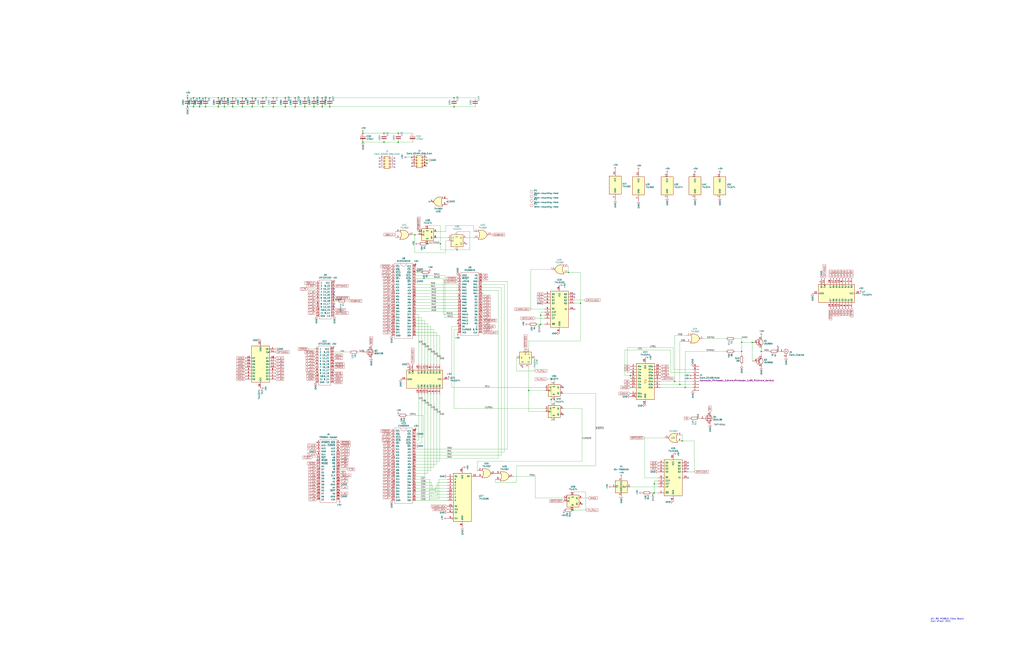
<source format=kicad_sch>
(kicad_sch (version 20211123) (generator eeschema)
  (paper "D")
  (junction (at 257.175 82.55))
  (junction (at 467.36 337.185))
  (junction (at 158.115 90.17))
  (junction (at 625.475 288.925))
  (junction (at 196.215 82.55))
  (junction (at 360.045 135.255))
  (junction (at 196.215 90.17))
  (junction (at 257.175 90.17))
  (junction (at 625.475 296.545))
  (junction (at 189.23 90.17))
  (junction (at 551.815 415.925))
  (junction (at 240.665 82.55))
  (junction (at 483.235 430.53))
  (junction (at 184.15 90.17))
  (junction (at 445.77 329.565))
  (junction (at 455.93 273.685))
  (junction (at 575.31 372.11))
  (junction (at 479.425 229.87))
  (junction (at 489.585 255.905))
  (junction (at 173.355 82.55))
  (junction (at 464.82 337.185))
  (junction (at 264.795 82.55))
  (junction (at 360.68 205.74))
  (junction (at 221.615 82.55))
  (junction (at 385.445 210.82))
  (junction (at 230.505 82.55))
  (junction (at 323.85 120.015))
  (junction (at 306.07 120.015))
  (junction (at 306.07 112.395))
  (junction (at 464.82 320.04))
  (junction (at 377.19 170.18))
  (junction (at 158.115 82.55))
  (junction (at 531.495 316.865))
  (junction (at 573.405 324.485))
  (junction (at 173.355 90.17))
  (junction (at 360.045 137.795))
  (junction (at 382.905 82.55))
  (junction (at 248.92 90.17))
  (junction (at 184.15 82.55))
  (junction (at 264.795 90.17))
  (junction (at 271.78 82.55))
  (junction (at 568.96 321.945))
  (junction (at 335.915 120.015))
  (junction (at 641.985 296.545))
  (junction (at 163.195 90.17))
  (junction (at 335.915 112.395))
  (junction (at 204.47 90.17))
  (junction (at 271.78 90.17))
  (junction (at 168.275 82.55))
  (junction (at 221.615 90.17))
  (junction (at 212.725 82.55))
  (junction (at 349.885 198.12))
  (junction (at 230.505 90.17))
  (junction (at 551.815 408.305))
  (junction (at 163.195 82.55))
  (junction (at 382.905 90.17))
  (junction (at 278.13 90.17))
  (junction (at 248.92 82.55))
  (junction (at 204.47 82.55))
  (junction (at 168.275 90.17))
  (junction (at 634.365 288.925))
  (junction (at 240.665 90.17))
  (junction (at 347.345 132.715))
  (junction (at 278.13 82.55))
  (junction (at 212.725 90.17))
  (junction (at 323.85 112.395))
  (junction (at 371.475 205.74))
  (junction (at 189.23 82.55))
  (junction (at 455.93 266.065))
  (junction (at 577.85 327.025))
  (no_connect (at 320.04 140.97))
  (no_connect (at 580.39 393.065))
  (no_connect (at 332.74 138.43))
  (no_connect (at 286.385 414.02))
  (no_connect (at 406.4 247.65))
  (no_connect (at 347.345 140.335))
  (no_connect (at 386.08 273.05))
  (no_connect (at 281.94 259.08))
  (no_connect (at 332.74 135.89))
  (no_connect (at 281.305 304.8))
  (no_connect (at 281.305 312.42))
  (no_connect (at 484.505 260.985))
  (no_connect (at 490.855 425.45))
  (no_connect (at 474.98 349.885))
  (no_connect (at 281.94 256.54))
  (no_connect (at 484.505 250.825))
  (no_connect (at 386.08 270.51))
  (no_connect (at 267.335 373.38))
  (no_connect (at 484.505 248.285))
  (no_connect (at 320.04 138.43))
  (no_connect (at 474.98 327.025))
  (no_connect (at 320.04 135.89))
  (no_connect (at 580.39 390.525))
  (no_connect (at 332.74 140.97))
  (no_connect (at 361.95 170.18))
  (no_connect (at 580.39 403.225))
  (no_connect (at 580.39 395.605))
  (no_connect (at 320.04 133.35))
  (no_connect (at 281.94 246.38))
  (no_connect (at 267.335 388.62))
  (no_connect (at 281.94 243.84))
  (no_connect (at 281.94 248.92))
  (no_connect (at 347.345 137.795))
  (no_connect (at 332.74 133.35))
  (no_connect (at 440.69 309.88))
  (no_connect (at 393.065 205.74))
  (wire (pts (xy 451.485 268.605) (xy 459.105 268.605)))
  (wire (pts (xy 634.365 288.925) (xy 625.475 288.925)))
  (wire (pts (xy 377.825 203.2) (xy 375.92 203.2)))
  (wire (pts (xy 365.76 278.13) (xy 350.52 278.13)))
  (wire (pts (xy 173.355 90.17) (xy 168.275 90.17)))
  (wire (pts (xy 361.95 415.925) (xy 367.665 415.925)))
  (wire (pts (xy 335.915 120.015) (xy 347.98 120.015)))
  (wire (pts (xy 362.585 422.275) (xy 362.585 404.495)))
  (wire (pts (xy 386.08 275.59) (xy 381 275.59)))
  (wire (pts (xy 568.96 321.945) (xy 568.96 283.21)))
  (wire (pts (xy 368.3 307.34) (xy 368.3 280.67)))
  (wire (pts (xy 575.31 367.03) (xy 575.31 372.11)))
  (wire (pts (xy 356.87 350.52) (xy 343.535 350.52)))
  (wire (pts (xy 354.965 229.87) (xy 350.52 229.87)))
  (wire (pts (xy 355.6 307.34) (xy 355.6 267.97)))
  (wire (pts (xy 361.95 421.005) (xy 370.205 421.005)))
  (wire (pts (xy 370.84 283.21) (xy 350.52 283.21)))
  (wire (pts (xy 377.19 412.115) (xy 367.03 412.115)))
  (wire (pts (xy 284.48 254) (xy 281.94 254)))
  (wire (pts (xy 306.07 112.395) (xy 323.85 112.395)))
  (wire (pts (xy 353.06 307.34) (xy 353.06 265.43)))
  (wire (pts (xy 350.52 247.65) (xy 386.08 247.65)))
  (wire (pts (xy 367.665 415.925) (xy 367.665 409.575)))
  (wire (pts (xy 333.375 200.66) (xy 333.375 195.58)))
  (wire (pts (xy 353.06 198.12) (xy 349.885 198.12)))
  (wire (pts (xy 196.215 90.17) (xy 204.47 90.17)))
  (wire (pts (xy 323.85 120.015) (xy 335.915 120.015)))
  (wire (pts (xy 350.52 242.57) (xy 386.08 242.57)))
  (wire (pts (xy 163.195 82.55) (xy 168.275 82.55)))
  (wire (pts (xy 382.905 90.17) (xy 400.685 90.17)))
  (wire (pts (xy 445.77 329.565) (xy 445.77 347.345)))
  (wire (pts (xy 479.425 224.79) (xy 479.425 229.87)))
  (wire (pts (xy 565.785 314.325) (xy 565.785 295.275)))
  (wire (pts (xy 240.665 90.17) (xy 248.92 90.17)))
  (wire (pts (xy 584.2 321.945) (xy 568.96 321.945)))
  (wire (pts (xy 221.615 82.55) (xy 230.505 82.55)))
  (wire (pts (xy 399.415 190.5) (xy 399.415 195.58)))
  (wire (pts (xy 350.52 252.73) (xy 386.08 252.73)))
  (wire (pts (xy 385.445 210.82) (xy 371.475 210.82)))
  (wire (pts (xy 158.115 82.55) (xy 163.195 82.55)))
  (wire (pts (xy 360.68 399.415) (xy 350.52 399.415)))
  (wire (pts (xy 365.125 417.195) (xy 365.125 409.575)))
  (wire (pts (xy 375.92 203.2) (xy 375.92 213.36)))
  (wire (pts (xy 641.985 296.545) (xy 641.985 299.72)))
  (wire (pts (xy 358.14 270.51) (xy 350.52 270.51)))
  (wire (pts (xy 368.3 280.67) (xy 350.52 280.67)))
  (wire (pts (xy 551.815 405.765) (xy 551.815 408.305)))
  (wire (pts (xy 641.985 294.005) (xy 641.985 296.545)))
  (wire (pts (xy 450.85 302.26) (xy 450.85 313.055)))
  (wire (pts (xy 554.99 403.225) (xy 543.56 403.225)))
  (wire (pts (xy 350.52 386.715) (xy 420.37 386.715)))
  (wire (pts (xy 358.14 332.74) (xy 358.14 401.955)))
  (wire (pts (xy 260.35 294.64) (xy 266.065 294.64)))
  (wire (pts (xy 278.13 82.55) (xy 382.905 82.55)))
  (wire (pts (xy 455.93 273.685) (xy 453.39 273.685)))
  (wire (pts (xy 350.52 412.115) (xy 366.395 412.115)))
  (wire (pts (xy 459.105 263.525) (xy 455.93 263.525)))
  (wire (pts (xy 355.6 374.015) (xy 350.52 374.015)))
  (wire (pts (xy 212.725 90.17) (xy 221.615 90.17)))
  (wire (pts (xy 474.98 344.805) (xy 490.855 344.805)))
  (wire (pts (xy 420.37 245.11) (xy 406.4 245.11)))
  (wire (pts (xy 445.77 309.88) (xy 445.77 329.565)))
  (wire (pts (xy 577.85 296.545) (xy 577.85 327.025)))
  (wire (pts (xy 363.855 407.035) (xy 363.855 419.735)))
  (wire (pts (xy 402.59 389.255) (xy 490.855 389.255)))
  (wire (pts (xy 365.125 409.575) (xy 350.52 409.575)))
  (wire (pts (xy 584.2 327.025) (xy 577.85 327.025)))
  (wire (pts (xy 382.905 82.55) (xy 400.685 82.55)))
  (wire (pts (xy 386.08 260.35) (xy 350.52 260.35)))
  (wire (pts (xy 450.85 313.055) (xy 435.61 313.055)))
  (wire (pts (xy 363.855 419.735) (xy 377.19 419.735)))
  (wire (pts (xy 422.91 242.57) (xy 422.91 384.175)))
  (wire (pts (xy 173.355 90.17) (xy 184.15 90.17)))
  (wire (pts (xy 362.585 404.495) (xy 350.52 404.495)))
  (wire (pts (xy 350.52 257.81) (xy 386.08 257.81)))
  (wire (pts (xy 554.99 408.305) (xy 551.815 408.305)))
  (wire (pts (xy 370.84 307.34) (xy 370.84 283.21)))
  (wire (pts (xy 492.76 253.365) (xy 484.505 253.365)))
  (wire (pts (xy 371.475 190.5) (xy 360.68 190.5)))
  (wire (pts (xy 271.78 82.55) (xy 278.13 82.55)))
  (wire (pts (xy 343.535 132.715) (xy 347.345 132.715)))
  (wire (pts (xy 568.96 321.945) (xy 556.895 321.945)))
  (wire (pts (xy 578.485 288.29) (xy 573.405 288.29)))
  (wire (pts (xy 554.99 415.925) (xy 551.815 415.925)))
  (wire (pts (xy 459.105 266.065) (xy 455.93 266.065)))
  (wire (pts (xy 363.22 332.74) (xy 363.22 396.875)))
  (wire (pts (xy 365.76 307.34) (xy 365.76 278.13)))
  (wire (pts (xy 475.615 420.37) (xy 451.485 420.37)))
  (wire (pts (xy 459.74 329.565) (xy 445.77 329.565)))
  (wire (pts (xy 355.6 332.74) (xy 355.6 374.015)))
  (wire (pts (xy 554.99 405.765) (xy 551.815 405.765)))
  (wire (pts (xy 445.77 287.655) (xy 489.585 287.655)))
  (wire (pts (xy 455.93 266.065) (xy 455.93 273.685)))
  (wire (pts (xy 353.06 265.43) (xy 350.52 265.43)))
  (wire (pts (xy 367.03 412.115) (xy 367.03 413.385)))
  (wire (pts (xy 393.065 200.66) (xy 399.415 200.66)))
  (wire (pts (xy 375.92 213.36) (xy 349.885 213.36)))
  (wire (pts (xy 565.785 295.275) (xy 527.05 295.275)))
  (wire (pts (xy 386.08 240.03) (xy 350.52 240.03)))
  (wire (pts (xy 370.84 332.74) (xy 370.84 389.255)))
  (wire (pts (xy 360.045 132.715) (xy 360.045 135.255)))
  (wire (pts (xy 360.045 135.255) (xy 360.045 137.795)))
  (wire (pts (xy 484.505 255.905) (xy 489.585 255.905)))
  (wire (pts (xy 543.56 403.225) (xy 543.56 369.57)))
  (wire (pts (xy 567.69 293.37) (xy 567.69 311.785)))
  (wire (pts (xy 531.495 314.325) (xy 528.955 314.325)))
  (wire (pts (xy 464.82 354.965) (xy 464.82 337.185)))
  (wire (pts (xy 386.08 267.97) (xy 375.285 267.97)))
  (wire (pts (xy 467.36 320.04) (xy 467.36 321.945)))
  (wire (pts (xy 435.61 313.055) (xy 435.61 302.26)))
  (wire (pts (xy 263.525 386.08) (xy 267.335 386.08)))
  (wire (pts (xy 221.615 90.17) (xy 230.505 90.17)))
  (wire (pts (xy 445.77 347.345) (xy 459.74 347.345)))
  (wire (pts (xy 271.78 90.17) (xy 278.13 90.17)))
  (wire (pts (xy 248.92 82.55) (xy 257.175 82.55)))
  (wire (pts (xy 577.85 296.545) (xy 612.14 296.545)))
  (wire (pts (xy 230.505 82.55) (xy 240.665 82.55)))
  (wire (pts (xy 381 327.025) (xy 459.74 327.025)))
  (wire (pts (xy 361.315 135.255) (xy 360.045 135.255)))
  (wire (pts (xy 353.06 332.74) (xy 353.06 371.475)))
  (wire (pts (xy 259.715 243.84) (xy 266.7 243.84)))
  (wire (pts (xy 361.95 418.465) (xy 368.935 418.465)))
  (wire (pts (xy 173.355 82.55) (xy 184.15 82.55)))
  (wire (pts (xy 360.68 273.05) (xy 350.52 273.05)))
  (wire (pts (xy 361.95 422.275) (xy 361.95 421.005)))
  (wire (pts (xy 382.905 278.13) (xy 386.08 278.13)))
  (wire (pts (xy 189.23 82.55) (xy 196.215 82.55)))
  (wire (pts (xy 527.05 316.865) (xy 531.495 316.865)))
  (wire (pts (xy 365.76 332.74) (xy 365.76 394.335)))
  (wire (pts (xy 531.495 319.405) (xy 531.495 316.865)))
  (wire (pts (xy 377.19 422.275) (xy 362.585 422.275)))
  (wire (pts (xy 502.285 332.105) (xy 502.285 393.065)))
  (wire (pts (xy 375.285 267.97) (xy 375.285 232.41)))
  (wire (pts (xy 527.05 295.275) (xy 527.05 316.865)))
  (wire (pts (xy 584.2 314.325) (xy 565.785 314.325)))
  (wire (pts (xy 551.815 415.925) (xy 549.275 415.925)))
  (wire (pts (xy 495.935 420.37) (xy 490.855 420.37)))
  (wire (pts (xy 568.96 283.21) (xy 578.485 283.21)))
  (wire (pts (xy 612.14 285.75) (xy 593.725 285.75)))
  (wire (pts (xy 360.68 332.74) (xy 360.68 399.415)))
  (wire (pts (xy 459.105 273.685) (xy 455.93 273.685)))
  (wire (pts (xy 420.37 386.715) (xy 420.37 245.11)))
  (wire (pts (xy 204.47 82.55) (xy 212.725 82.55)))
  (wire (pts (xy 360.045 137.795) (xy 360.045 140.335)))
  (wire (pts (xy 447.675 227.33) (xy 464.185 227.33)))
  (wire (pts (xy 377.19 417.195) (xy 365.125 417.195)))
  (wire (pts (xy 375.92 190.5) (xy 399.415 190.5)))
  (wire (pts (xy 406.4 242.57) (xy 422.91 242.57)))
  (wire (pts (xy 386.08 245.11) (xy 350.52 245.11)))
  (wire (pts (xy 543.56 369.57) (xy 560.07 369.57)))
  (wire (pts (xy 577.85 327.025) (xy 556.895 327.025)))
  (wire (pts (xy 580.39 398.145) (xy 585.47 398.145)))
  (wire (pts (xy 278.13 90.17) (xy 382.905 90.17)))
  (wire (pts (xy 367.03 413.385) (xy 361.95 413.385)))
  (wire (pts (xy 349.885 198.12) (xy 348.615 198.12)))
  (wire (pts (xy 528.955 314.325) (xy 528.955 293.37)))
  (wire (pts (xy 350.52 407.035) (xy 363.855 407.035)))
  (wire (pts (xy 370.205 404.495) (xy 377.19 404.495)))
  (wire (pts (xy 350.52 417.195) (xy 361.95 417.195)))
  (wire (pts (xy 363.22 396.875) (xy 350.52 396.875)))
  (wire (pts (xy 451.485 420.37) (xy 451.485 401.955)))
  (wire (pts (xy 386.08 265.43) (xy 374.015 265.43)))
  (wire (pts (xy 467.36 354.965) (xy 464.82 354.965)))
  (wire (pts (xy 355.6 267.97) (xy 350.52 267.97)))
  (wire (pts (xy 427.99 379.095) (xy 350.52 379.095)))
  (wire (pts (xy 360.68 205.74) (xy 371.475 205.74)))
  (wire (pts (xy 361.95 413.385) (xy 361.95 414.655)))
  (wire (pts (xy 370.205 421.005) (xy 370.205 404.495)))
  (wire (pts (xy 350.52 419.735) (xy 361.95 419.735)))
  (wire (pts (xy 461.645 320.04) (xy 464.82 320.04)))
  (wire (pts (xy 374.015 234.95) (xy 350.52 234.95)))
  (wire (pts (xy 483.235 430.53) (xy 494.03 430.53)))
  (wire (pts (xy 489.585 229.87) (xy 479.425 229.87)))
  (wire (pts (xy 189.23 90.17) (xy 184.15 90.17)))
  (wire (pts (xy 386.08 250.19) (xy 350.52 250.19)))
  (wire (pts (xy 306.07 120.015) (xy 323.85 120.015)))
  (wire (pts (xy 377.19 167.64) (xy 377.19 170.18)))
  (wire (pts (xy 459.105 260.985) (xy 447.675 260.985)))
  (wire (pts (xy 286.385 396.24) (xy 292.735 396.24)))
  (wire (pts (xy 467.36 337.185) (xy 464.82 337.185)))
  (wire (pts (xy 168.275 90.17) (xy 163.195 90.17)))
  (wire (pts (xy 371.475 205.74) (xy 371.475 190.5)))
  (wire (pts (xy 459.74 344.805) (xy 382.905 344.805)))
  (wire (pts (xy 370.84 389.255) (xy 350.52 389.255)))
  (wire (pts (xy 363.22 275.59) (xy 350.52 275.59)))
  (wire (pts (xy 648.97 296.545) (xy 641.985 296.545)))
  (wire (pts (xy 585.47 372.11) (xy 575.31 372.11)))
  (wire (pts (xy 386.08 262.89) (xy 350.52 262.89)))
  (wire (pts (xy 425.45 240.03) (xy 406.4 240.03)))
  (wire (pts (xy 349.885 213.36) (xy 349.885 198.12)))
  (wire (pts (xy 551.815 408.305) (xy 551.815 415.925)))
  (wire (pts (xy 464.82 337.185) (xy 464.82 320.04)))
  (wire (pts (xy 528.955 293.37) (xy 567.69 293.37)))
  (wire (pts (xy 556.895 324.485) (xy 573.405 324.485)))
  (wire (pts (xy 489.585 255.905) (xy 489.585 287.655)))
  (wire (pts (xy 368.3 195.58) (xy 375.92 195.58)))
  (wire (pts (xy 366.395 414.655) (xy 377.19 414.655)))
  (wire (pts (xy 467.36 339.725) (xy 467.36 337.185)))
  (wire (pts (xy 204.47 90.17) (xy 212.725 90.17)))
  (wire (pts (xy 585.47 398.145) (xy 585.47 372.11)))
  (wire (pts (xy 382.905 278.13) (xy 382.905 344.805)))
  (wire (pts (xy 377.19 170.18) (xy 377.19 172.72)))
  (wire (pts (xy 257.175 90.17) (xy 264.795 90.17)))
  (wire (pts (xy 374.015 265.43) (xy 374.015 234.95)))
  (wire (pts (xy 417.83 407.035) (xy 417.83 404.495)))
  (wire (pts (xy 230.505 90.17) (xy 240.665 90.17)))
  (wire (pts (xy 427.99 237.49) (xy 427.99 379.095)))
  (wire (pts (xy 625.475 299.72) (xy 625.475 296.545)))
  (wire (pts (xy 353.06 371.475) (xy 350.52 371.475)))
  (wire (pts (xy 396.24 210.82) (xy 385.445 210.82)))
  (wire (pts (xy 361.95 414.655) (xy 350.52 414.655)))
  (wire (pts (xy 625.475 296.545) (xy 625.475 288.925)))
  (wire (pts (xy 168.275 82.55) (xy 173.355 82.55)))
  (wire (pts (xy 358.14 401.955) (xy 350.52 401.955)))
  (wire (pts (xy 425.45 381.635) (xy 425.45 240.03)))
  (wire (pts (xy 163.195 90.17) (xy 158.115 90.17)))
  (wire (pts (xy 377.825 200.66) (xy 368.3 200.66)))
  (wire (pts (xy 381 275.59) (xy 381 327.025)))
  (wire (pts (xy 360.68 307.34) (xy 360.68 273.05)))
  (wire (pts (xy 422.91 384.175) (xy 350.52 384.175)))
  (wire (pts (xy 212.725 82.55) (xy 221.615 82.55)))
  (wire (pts (xy 634.365 304.8) (xy 634.365 288.925)))
  (wire (pts (xy 184.15 82.55) (xy 189.23 82.55)))
  (wire (pts (xy 386.08 255.27) (xy 350.52 255.27)))
  (wire (pts (xy 567.69 311.785) (xy 584.2 311.785)))
  (wire (pts (xy 365.76 394.335) (xy 350.52 394.335)))
  (wire (pts (xy 435.61 407.035) (xy 417.83 407.035)))
  (wire (pts (xy 366.395 412.115) (xy 366.395 414.655)))
  (wire (pts (xy 356.87 368.935) (xy 356.87 350.52)))
  (wire (pts (xy 368.935 418.465) (xy 368.935 407.035)))
  (wire (pts (xy 350.52 368.935) (xy 356.87 368.935)))
  (wire (pts (xy 189.23 90.17) (xy 196.215 90.17)))
  (wire (pts (xy 367.665 409.575) (xy 377.19 409.575)))
  (wire (pts (xy 368.3 332.74) (xy 368.3 391.795)))
  (wire (pts (xy 573.405 324.485) (xy 584.2 324.485)))
  (wire (pts (xy 385.445 195.58) (xy 396.24 195.58)))
  (wire (pts (xy 494.03 415.29) (xy 483.235 415.29)))
  (wire (pts (xy 363.22 307.34) (xy 363.22 275.59)))
  (wire (pts (xy 371.475 210.82) (xy 371.475 205.74)))
  (wire (pts (xy 573.405 288.29) (xy 573.405 324.485)))
  (wire (pts (xy 323.85 112.395) (xy 335.915 112.395)))
  (wire (pts (xy 625.475 288.925) (xy 625.475 285.75)))
  (wire (pts (xy 402.59 396.875) (xy 402.59 389.255)))
  (wire (pts (xy 292.1 254) (xy 294.005 254)))
  (wire (pts (xy 196.215 82.55) (xy 204.47 82.55)))
  (wire (pts (xy 406.4 237.49) (xy 427.99 237.49)))
  (wire (pts (xy 445.77 287.655) (xy 445.77 294.64)))
  (wire (pts (xy 464.82 320.04) (xy 467.36 320.04)))
  (wire (pts (xy 375.92 195.58) (xy 375.92 190.5)))
  (wire (pts (xy 502.285 393.065) (xy 435.61 393.065)))
  (wire (pts (xy 494.03 430.53) (xy 494.03 415.29)))
  (wire (pts (xy 489.585 255.905) (xy 489.585 229.87)))
  (wire (pts (xy 435.61 393.065) (xy 435.61 407.035)))
  (wire (pts (xy 347.345 135.255) (xy 347.345 132.715)))
  (wire (pts (xy 375.285 232.41) (xy 350.52 232.41)))
  (wire (pts (xy 361.95 419.735) (xy 361.95 418.465)))
  (wire (pts (xy 656.59 296.545) (xy 657.86 296.545)))
  (wire (pts (xy 490.855 344.805) (xy 490.855 389.255)))
  (wire (pts (xy 589.28 353.06) (xy 591.185 353.06)))
  (wire (pts (xy 531.495 410.845) (xy 554.99 410.845)))
  (wire (pts (xy 396.24 195.58) (xy 396.24 210.82)))
  (wire (pts (xy 455.93 263.525) (xy 455.93 266.065)))
  (wire (pts (xy 257.175 82.55) (xy 264.795 82.55)))
  (wire (pts (xy 368.3 391.795) (xy 350.52 391.795)))
  (wire (pts (xy 335.915 112.395) (xy 347.98 112.395)))
  (wire (pts (xy 248.92 90.17) (xy 257.175 90.17)))
  (wire (pts (xy 264.795 82.55) (xy 271.78 82.55)))
  (wire (pts (xy 361.95 417.195) (xy 361.95 415.925)))
  (wire (pts (xy 240.665 82.55) (xy 248.92 82.55)))
  (wire (pts (xy 474.98 332.105) (xy 502.285 332.105)))
  (wire (pts (xy 368.935 407.035) (xy 377.19 407.035)))
  (wire (pts (xy 625.475 308.61) (xy 625.475 307.34)))
  (wire (pts (xy 264.795 90.17) (xy 271.78 90.17)))
  (wire (pts (xy 451.485 401.955) (xy 433.07 401.955)))
  (wire (pts (xy 302.26 297.18) (xy 305.435 297.18)))
  (wire (pts (xy 619.76 296.545) (xy 625.475 296.545)))
  (wire (pts (xy 350.52 381.635) (xy 425.45 381.635)))
  (wire (pts (xy 358.14 307.34) (xy 358.14 270.51)))
  (wire (pts (xy 625.475 285.75) (xy 619.76 285.75)))
  (wire (pts (xy 294.64 297.18) (xy 281.305 297.18)))
  (wire (pts (xy 350.52 422.275) (xy 361.95 422.275)))
  (wire (pts (xy 447.675 260.985) (xy 447.675 227.33)))
  (text "WC-80 MC6845 Video Board\nAlan Wilson 2021" (at 784.86 525.145 0) (effects (font (size 1.27 1.27)) (justify left bottom)))
  (label "MA2" (at 363.855 245.11 0))
  (label "CA5" (at 358.14 340.995 0))
  (label "CURSOR" (at 490.855 370.84 0))
  (label "DEU" (at 408.94 327.025 0))
  (label "SD5" (at 358.14 293.37 0))
  (label "RA1" (at 377.19 381.635 0))
  (label "CD1" (at 354.965 419.735 0))
  (label "CA7" (at 353.06 337.185 0))
  (label "CD6" (at 354.965 407.035 0))
  (label "CA2" (at 365.76 346.71 0))
  (label "CD4" (at 354.965 412.115 0))
  (label "IUR" (at 302.895 297.18 0))
  (label "SD2" (at 365.76 299.72 0))
  (label "MA11" (at 377.19 267.97 0))
  (label "OMCS" (at 282.575 254 0))
  (label "IUU" (at 287.02 297.18 0))
  (label "*OPTIONAL" (at 601.98 359.41 0))
  (label "VSB" (at 574.04 288.29 0))
  (label "RA0" (at 377.19 379.095 0))
  (label "MA11" (at 365.76 232.41 0))
  (label "CL74PU2" (at 361.95 205.74 0))
  (label "IMGU" (at 446.405 401.955 0))
  (label "CD3" (at 354.965 414.655 0))
  (label "VSR" (at 589.915 353.06 90))
  (label "CD7" (at 354.965 404.495 0))
  (label "MA1" (at 363.22 242.57 0))
  (label "MA5" (at 363.855 252.73 0))
  (label "CRPU" (at 345.44 350.52 0))
  (label "DIV2PU" (at 551.815 415.925 270))
  (label "CA3" (at 363.22 344.805 0))
  (label "MA6" (at 363.855 255.27 0))
  (label "LPBU" (at 548.005 293.37 0))
  (label "SD6" (at 355.6 291.465 0))
  (label "RA3" (at 377.19 386.715 0))
  (label "LPU" (at 537.845 295.275 0))
  (label "MA4" (at 363.855 250.19 0))
  (label "NOU" (at 644.525 296.545 0))
  (label "MA8" (at 363.855 260.35 0))
  (label "MA0" (at 363.22 240.03 0))
  (label "MA10" (at 376.555 265.43 0))
  (label "SD1" (at 368.3 301.625 0))
  (label "DIV1PU" (at 455.93 273.685 270))
  (label "SRPU" (at 351.155 229.87 0))
  (label "SD3" (at 363.22 297.815 0))
  (label "MA7" (at 363.855 257.81 0))
  (label "CA4" (at 360.68 342.9 0))
  (label "MA3" (at 363.855 247.65 0))
  (label "NOUT" (at 657.225 296.545 90))
  (label "SD7" (at 353.06 289.56 0))
  (label "NSYNC" (at 596.265 285.75 0))
  (label "CD2" (at 354.965 417.195 0))
  (label "CD0" (at 354.965 422.275 0))
  (label "MA10" (at 365.76 234.95 0))
  (label "SD0" (at 370.84 303.53 0))
  (label "HSB" (at 571.5 283.21 0))
  (label "CURSU" (at 408.94 344.805 0))
  (label "CD5" (at 354.965 409.575 0))
  (label "~{DISPEN}" (at 502.285 362.585 0))
  (label "NVDC" (at 625.475 285.75 0))
  (label "CA1" (at 368.3 348.615 0))
  (label "CA0" (at 370.84 350.52 0))
  (label "CA6" (at 355.6 339.09 0))
  (label "NIMAGE" (at 595.63 296.545 0))
  (label "MA9" (at 363.855 262.89 0))
  (label "RA2" (at 377.19 384.175 0))
  (label "SD4" (at 360.68 295.91 0))
  (global_label "F_A9" (shape input) (at 330.2 399.415 180) (property "Intersheet References" "${INTERSHEET_REFS}" (effects hide)))
  (global_label "PL2" (shape input) (at 459.105 253.365 180) (property "Intersheet References" "${INTERSHEET_REFS}" (effects hide)))
  (global_label "ADR1" (shape input) (at 281.305 320.04 0) (property "Intersheet References" "${INTERSHEET_REFS}" (effects hide)))
  (global_label "F_A13" (shape input) (at 266.065 304.8 180) (property "Intersheet References" "${INTERSHEET_REFS}" (effects hide)))
  (global_label "F_A10" (shape input) (at 267.335 375.92 180) (property "Intersheet References" "${INTERSHEET_REFS}" (effects hide)))
  (global_label "F_A7" (shape input) (at 267.335 416.56 180) (property "Intersheet References" "${INTERSHEET_REFS}" (effects hide)))
  (global_label "F_A11" (shape input) (at 266.065 312.42 180) (property "Intersheet References" "${INTERSHEET_REFS}" (effects hide)))
  (global_label "F_D3" (shape input) (at 710.565 234.95 90) (property "Intersheet References" "${INTERSHEET_REFS}" (effects hide)))
  (global_label "DC1" (shape input) (at 554.99 393.065 180) (property "Intersheet References" "${INTERSHEET_REFS}" (effects hide)))
  (global_label "F_D0" (shape input) (at 718.185 234.95 90) (property "Intersheet References" "${INTERSHEET_REFS}" (effects hide)))
  (global_label "F_D2" (shape input) (at 330.2 267.97 180) (property "Intersheet References" "${INTERSHEET_REFS}" (effects hide)))
  (global_label "F_A0" (shape input) (at 286.385 403.86 0) (property "Intersheet References" "${INTERSHEET_REFS}" (effects hide)))
  (global_label "F_A7" (shape input) (at 330.2 394.335 180) (property "Intersheet References" "${INTERSHEET_REFS}" (effects hide)))
  (global_label "F_A7" (shape input) (at 266.7 264.16 180) (property "Intersheet References" "${INTERSHEET_REFS}" (effects hide)))
  (global_label "~{SYSRES}" (shape input) (at 386.08 234.95 180) (property "Intersheet References" "${INTERSHEET_REFS}" (effects hide)))
  (global_label "F_D2" (shape input) (at 713.105 234.95 90) (property "Intersheet References" "${INTERSHEET_REFS}" (effects hide)))
  (global_label "F_A3" (shape input) (at 266.7 254 180) (property "Intersheet References" "${INTERSHEET_REFS}" (effects hide)))
  (global_label "OPTIONS2" (shape input) (at 281.94 241.3 0) (property "Intersheet References" "${INTERSHEET_REFS}" (effects hide)))
  (global_label "F_A12" (shape input) (at 266.065 302.26 180) (property "Intersheet References" "${INTERSHEET_REFS}" (effects hide)))
  (global_label "F_A0" (shape input) (at 406.4 273.05 0) (property "Intersheet References" "${INTERSHEET_REFS}" (effects hide)))
  (global_label "74_PULL" (shape input) (at 461.645 320.04 180) (property "Intersheet References" "${INTERSHEET_REFS}" (effects hide)))
  (global_label "F_D7" (shape input) (at 232.41 302.26 0) (property "Intersheet References" "${INTERSHEET_REFS}" (effects hide)))
  (global_label "F_A10" (shape input) (at 330.2 371.475 180) (property "Intersheet References" "${INTERSHEET_REFS}" (effects hide)))
  (global_label "~{INT}" (shape input) (at 286.385 398.78 0) (property "Intersheet References" "${INTERSHEET_REFS}" (effects hide)))
  (global_label "F_A6" (shape input) (at 330.2 391.795 180) (property "Intersheet References" "${INTERSHEET_REFS}" (effects hide)))
  (global_label "F_D5" (shape input) (at 705.485 234.95 90) (property "Intersheet References" "${INTERSHEET_REFS}" (effects hide)))
  (global_label "F_D2" (shape input) (at 330.2 407.035 180) (property "Intersheet References" "${INTERSHEET_REFS}" (effects hide)))
  (global_label "~{SYSRES}" (shape input) (at 700.405 260.35 270) (property "Intersheet References" "${INTERSHEET_REFS}" (effects hide)))
  (global_label "CHARCLOCK" (shape input) (at 347.98 307.34 90) (property "Intersheet References" "${INTERSHEET_REFS}" (effects hide)))
  (global_label "F_A5" (shape input) (at 330.2 389.255 180) (property "Intersheet References" "${INTERSHEET_REFS}" (effects hide)))
  (global_label "~{INT}" (shape input) (at 598.805 347.98 90) (property "Intersheet References" "${INTERSHEET_REFS}" (effects hide)))
  (global_label "~{EXMEM}" (shape input) (at 286.385 375.92 0) (property "Intersheet References" "${INTERSHEET_REFS}" (effects hide)))
  (global_label "F_A6" (shape input) (at 267.335 419.1 180) (property "Intersheet References" "${INTERSHEET_REFS}" (effects hide)))
  (global_label "HS" (shape input) (at 531.495 311.785 180) (property "Intersheet References" "${INTERSHEET_REFS}" (effects hide)))
  (global_label "F_D4" (shape input) (at 708.025 234.95 90) (property "Intersheet References" "${INTERSHEET_REFS}" (effects hide)))
  (global_label "VS" (shape input) (at 531.495 324.485 180) (property "Intersheet References" "${INTERSHEET_REFS}" (effects hide)))
  (global_label "~{F_OUT}" (shape input) (at 266.7 241.3 180) (property "Intersheet References" "${INTERSHEET_REFS}" (effects hide)))
  (global_label "F_A1" (shape input) (at 330.2 240.03 180) (property "Intersheet References" "${INTERSHEET_REFS}" (effects hide)))
  (global_label "~{F_RD}" (shape input) (at 330.2 374.015 180) (property "Intersheet References" "${INTERSHEET_REFS}" (effects hide)))
  (global_label "F_A2" (shape input) (at 267.335 421.64 180) (property "Intersheet References" "${INTERSHEET_REFS}" (effects hide)))
  (global_label "F_D0" (shape input) (at 232.41 320.04 0) (property "Intersheet References" "${INTERSHEET_REFS}" (effects hide)))
  (global_label "F_D6" (shape input) (at 330.2 417.195 180) (property "Intersheet References" "${INTERSHEET_REFS}" (effects hide)))
  (global_label "F_D5" (shape input) (at 267.335 406.4 180) (property "Intersheet References" "${INTERSHEET_REFS}" (effects hide)))
  (global_label "~{F_OUT}" (shape input) (at 406.4 278.13 0) (property "Intersheet References" "${INTERSHEET_REFS}" (effects hide)))
  (global_label "F_A15" (shape input) (at 286.385 381 0) (property "Intersheet References" "${INTERSHEET_REFS}" (effects hide)))
  (global_label "DOTCLOCK" (shape input) (at 377.19 429.895 180) (property "Intersheet References" "${INTERSHEET_REFS}" (effects hide)))
  (global_label "ADR1" (shape input) (at 207.01 307.34 180) (property "Intersheet References" "${INTERSHEET_REFS}" (effects hide)))
  (global_label "~{INUSE}" (shape input) (at 267.335 391.16 180) (property "Intersheet References" "${INTERSHEET_REFS}" (effects hide)))
  (global_label "F_A10" (shape input) (at 330.2 232.41 180) (property "Intersheet References" "${INTERSHEET_REFS}" (effects hide)))
  (global_label "F_D0" (shape input) (at 556.895 316.865 0) (property "Intersheet References" "${INTERSHEET_REFS}" (effects hide)))
  (global_label "F_D7" (shape input) (at 267.335 396.24 180) (property "Intersheet References" "${INTERSHEET_REFS}" (effects hide)))
  (global_label "MSK1" (shape input) (at 281.305 302.26 0) (property "Intersheet References" "${INTERSHEET_REFS}" (effects hide)))
  (global_label "F_D5" (shape input) (at 330.2 275.59 180) (property "Intersheet References" "${INTERSHEET_REFS}" (effects hide)))
  (global_label "F_A14" (shape input) (at 267.335 383.54 180) (property "Intersheet References" "${INTERSHEET_REFS}" (effects hide)))
  (global_label "HS" (shape input) (at 531.495 321.945 180) (property "Intersheet References" "${INTERSHEET_REFS}" (effects hide)))
  (global_label "F_A4" (shape input) (at 286.385 411.48 0) (property "Intersheet References" "${INTERSHEET_REFS}" (effects hide)))
  (global_label "~{EXMEM}" (shape input) (at 260.35 294.64 180) (property "Intersheet References" "${INTERSHEET_REFS}" (effects hide)))
  (global_label "F_A8" (shape input) (at 330.2 396.875 180) (property "Intersheet References" "${INTERSHEET_REFS}" (effects hide)))
  (global_label "F_D6" (shape input) (at 232.41 304.8 0) (property "Intersheet References" "${INTERSHEET_REFS}" (effects hide)))
  (global_label "F_A15" (shape input) (at 266.065 307.34 180) (property "Intersheet References" "${INTERSHEET_REFS}" (effects hide)))
  (global_label "F_D0" (shape input) (at 330.2 262.89 180) (property "Intersheet References" "${INTERSHEET_REFS}" (effects hide)))
  (global_label "F_A11" (shape input) (at 330.2 368.935 180) (property "Intersheet References" "${INTERSHEET_REFS}" (effects hide)))
  (global_label "MC6845E" (shape input) (at 406.4 275.59 0) (property "Intersheet References" "${INTERSHEET_REFS}" (effects hide)))
  (global_label "ADR0" (shape input) (at 266.065 317.5 180) (property "Intersheet References" "${INTERSHEET_REFS}" (effects hide)))
  (global_label "~{MC6845CS}" (shape input) (at 281.94 251.46 0) (property "Intersheet References" "${INTERSHEET_REFS}" (effects hide)))
  (global_label "F_D7" (shape input) (at 700.405 234.95 90) (property "Intersheet References" "${INTERSHEET_REFS}" (effects hide)))
  (global_label "F_D1" (shape input) (at 406.4 252.73 0) (property "Intersheet References" "${INTERSHEET_REFS}" (effects hide)))
  (global_label "F_A0" (shape input) (at 330.2 376.555 180) (property "Intersheet References" "${INTERSHEET_REFS}" (effects hide)))
  (global_label "OPTIONS1" (shape input) (at 281.94 264.16 0) (property "Intersheet References" "${INTERSHEET_REFS}" (effects hide)))
  (global_label "F_A8" (shape input) (at 330.2 257.81 180) (property "Intersheet References" "${INTERSHEET_REFS}" (effects hide)))
  (global_label "OPT8" (shape input) (at 718.185 260.35 270) (property "Intersheet References" "${INTERSHEET_REFS}" (effects hide)))
  (global_label "MSK0" (shape input) (at 207.01 320.04 180) (property "Intersheet References" "${INTERSHEET_REFS}" (effects hide)))
  (global_label "~{MC6845CS}" (shape input) (at 406.4 270.51 0) (property "Intersheet References" "${INTERSHEET_REFS}" (effects hide)))
  (global_label "F_D5" (shape input) (at 330.2 414.655 180) (property "Intersheet References" "${INTERSHEET_REFS}" (effects hide)))
  (global_label "~{MC6845CS}" (shape input) (at 353.06 195.58 90) (property "Intersheet References" "${INTERSHEET_REFS}" (effects hide)))
  (global_label "F_D7" (shape input) (at 330.2 419.735 180) (property "Intersheet References" "${INTERSHEET_REFS}" (effects hide)))
  (global_label "DOTCLOCK" (shape input) (at 451.485 268.605 180) (property "Intersheet References" "${INTERSHEET_REFS}" (effects hide)))
  (global_label "F_A14" (shape input) (at 266.065 309.88 180) (property "Intersheet References" "${INTERSHEET_REFS}" (effects hide)))
  (global_label "F_A1" (shape input) (at 286.385 406.4 0) (property "Intersheet References" "${INTERSHEET_REFS}" (effects hide)))
  (global_label "HS" (shape input) (at 406.4 234.95 0) (property "Intersheet References" "${INTERSHEET_REFS}" (effects hide)))
  (global_label "F_D1" (shape input) (at 330.2 265.43 180) (property "Intersheet References" "${INTERSHEET_REFS}" (effects hide)))
  (global_label "LIGHTPEN" (shape input) (at 386.08 237.49 180) (property "Intersheet References" "${INTERSHEET_REFS}" (effects hide)))
  (global_label "PL1" (shape input) (at 459.105 250.825 180) (property "Intersheet References" "${INTERSHEET_REFS}" (effects hide)))
  (global_label "CRTCCLOCK" (shape input) (at 492.76 253.365 0) (property "Intersheet References" "${INTERSHEET_REFS}" (effects hide)))
  (global_label "F_D4" (shape input) (at 406.4 260.35 0) (property "Intersheet References" "${INTERSHEET_REFS}" (effects hide)))
  (global_label "ADR3" (shape input) (at 281.305 322.58 0) (property "Intersheet References" "${INTERSHEET_REFS}" (effects hide)))
  (global_label "CRTCCLOCK" (shape input) (at 406.4 280.67 0) (property "Intersheet References" "${INTERSHEET_REFS}" (effects hide)))
  (global_label "F_D6" (shape input) (at 267.335 401.32 180) (property "Intersheet References" "${INTERSHEET_REFS}" (effects hide)))
  (global_label "~{CRMEM}" (shape input) (at 330.2 363.855 180) (property "Intersheet References" "${INTERSHEET_REFS}" (effects hide)))
  (global_label "F_D3" (shape input) (at 267.335 403.86 180) (property "Intersheet References" "${INTERSHEET_REFS}" (effects hide)))
  (global_label "F_A4" (shape input) (at 330.2 386.715 180) (property "Intersheet References" "${INTERSHEET_REFS}" (effects hide)))
  (global_label "~{F_RD}" (shape input) (at 286.385 391.16 0) (property "Intersheet References" "${INTERSHEET_REFS}" (effects hide)))
  (global_label "F_D6" (shape input) (at 406.4 265.43 0) (property "Intersheet References" "${INTERSHEET_REFS}" (effects hide)))
  (global_label "F_D0" (shape input) (at 267.335 408.94 180) (property "Intersheet References" "${INTERSHEET_REFS}" (effects hide)))
  (global_label "F_D6" (shape input) (at 330.2 278.13 180) (property "Intersheet References" "${INTERSHEET_REFS}" (effects hide)))
  (global_label "MSK1" (shape input) (at 207.01 317.5 180) (property "Intersheet References" "${INTERSHEET_REFS}" (effects hide)))
  (global_label "F_D2" (shape input) (at 232.41 314.96 0) (property "Intersheet References" "${INTERSHEET_REFS}" (effects hide)))
  (global_label "F_A2" (shape input) (at 266.7 251.46 180) (property "Intersheet References" "${INTERSHEET_REFS}" (effects hide)))
  (global_label "F_A4" (shape input) (at 330.2 247.65 180) (property "Intersheet References" "${INTERSHEET_REFS}" (effects hide)))
  (global_label "F_A5" (shape input) (at 286.385 416.56 0) (property "Intersheet References" "${INTERSHEET_REFS}" (effects hide)))
  (global_label "IMAGE" (shape input) (at 495.935 420.37 0) (property "Intersheet References" "${INTERSHEET_REFS}" (effects hide)))
  (global_label "MSK2" (shape input) (at 266.065 314.96 180) (property "Intersheet References" "${INTERSHEET_REFS}" (effects hide)))
  (global_label "MSK2" (shape input) (at 207.01 314.96 180) (property "Intersheet References" "${INTERSHEET_REFS}" (effects hide)))
  (global_label "F_D1" (shape input) (at 330.2 404.495 180) (property "Intersheet References" "${INTERSHEET_REFS}" (effects hide)))
  (global_label "IMAGE" (shape input) (at 531.495 327.025 180) (property "Intersheet References" "${INTERSHEET_REFS}" (effects hide)))
  (global_label "VIDSTAT" (shape input) (at 531.495 332.105 180) (property "Intersheet References" "${INTERSHEET_REFS}" (effects hide)))
  (global_label "F_A9" (shape input) (at 330.2 260.35 180) (property "Intersheet References" "${INTERSHEET_REFS}" (effects hide)))
  (global_label "DC0" (shape input) (at 708.025 260.35 270) (property "Intersheet References" "${INTERSHEET_REFS}" (effects hide)))
  (global_label "ADR3" (shape input) (at 207.01 302.26 180) (property "Intersheet References" "${INTERSHEET_REFS}" (effects hide)))
  (global_label "VS" (shape input) (at 581.66 353.06 180) (property "Intersheet References" "${INTERSHEET_REFS}" (effects hide)))
  (global_label "DC2" (shape input) (at 702.945 260.35 270) (property "Intersheet References" "${INTERSHEET_REFS}" (effects hide)))
  (global_label "F_D2" (shape input) (at 406.4 255.27 0) (property "Intersheet References" "${INTERSHEET_REFS}" (effects hide)))
  (global_label "F_A6" (shape input) (at 330.2 252.73 180) (property "Intersheet References" "${INTERSHEET_REFS}" (effects hide)))
  (global_label "F_D2" (shape input) (at 267.335 411.48 180) (property "Intersheet References" "${INTERSHEET_REFS}" (effects hide)))
  (global_label "F_A8" (shape input) (at 286.385 386.08 0) (property "Intersheet References" "${INTERSHEET_REFS}" (effects hide)))
  (global_label "F_D4" (shape input) (at 330.2 412.115 180) (property "Intersheet References" "${INTERSHEET_REFS}" (effects hide)))
  (global_label "MC6845E" (shape input) (at 294.005 254 0) (property "Intersheet References" "${INTERSHEET_REFS}" (effects hide)))
  (global_label "74_PULL" (shape input) (at 494.03 430.53 0) (property "Intersheet References" "${INTERSHEET_REFS}" (effects hide)))
  (global_label "F_D5" (shape input) (at 406.4 262.89 0) (property "Intersheet References" "${INTERSHEET_REFS}" (effects hide)))
  (global_label "PL0" (shape input) (at 459.105 248.285 180) (property "Intersheet References" "${INTERSHEET_REFS}" (effects hide)))
  (global_label "DOTCLOCK" (shape input) (at 585.47 398.145 0) (property "Intersheet References" "${INTERSHEET_REFS}" (effects hide)))
  (global_label "CHARCLOCK" (shape input) (at 447.675 260.985 180) (property "Intersheet References" "${INTERSHEET_REFS}" (effects hide)))
  (global_label "Z80CLK" (shape input) (at 333.375 198.12 180) (property "Intersheet References" "${INTERSHEET_REFS}" (effects hide)))
  (global_label "F_D0" (shape input) (at 330.2 401.955 180) (property "Intersheet References" "${INTERSHEET_REFS}" (effects hide)))
  (global_label "~{MEMRQ}" (shape input) (at 286.385 373.38 0) (property "Intersheet References" "${INTERSHEET_REFS}" (effects hide)))
  (global_label "F_D2" (shape input) (at 556.895 311.785 0) (property "Intersheet References" "${INTERSHEET_REFS}" (effects hide)))
  (global_label "~{CRMEM}" (shape input) (at 281.305 309.88 0) (property "Intersheet References" "${INTERSHEET_REFS}" (effects hide)))
  (global_label "F_A5" (shape input) (at 330.2 250.19 180) (property "Intersheet References" "${INTERSHEET_REFS}" (effects hide)))
  (global_label "~{DOTCLOCK}" (shape input) (at 543.56 369.57 180) (property "Intersheet References" "${INTERSHEET_REFS}" (effects hide)))
  (global_label "Z80CLK" (shape input) (at 286.385 401.32 0) (property "Intersheet References" "${INTERSHEET_REFS}" (effects hide)))
  (global_label "DC2" (shape input) (at 554.99 395.605 180) (property "Intersheet References" "${INTERSHEET_REFS}" (effects hide)))
  (global_label "Z80CLK" (shape input) (at 266.7 238.76 180) (property "Intersheet References" "${INTERSHEET_REFS}" (effects hide)))
  (global_label "~{MEMRQ}" (shape input) (at 266.065 297.18 180) (property "Intersheet References" "${INTERSHEET_REFS}" (effects hide)))
  (global_label "~{SCMEM}" (shape input) (at 281.305 307.34 0) (property "Intersheet References" "${INTERSHEET_REFS}" (effects hide)))
  (global_label "MSK0" (shape input) (at 281.305 299.72 0) (property "Intersheet References" "${INTERSHEET_REFS}" (effects hide)))
  (global_label "F_A0" (shape input) (at 330.2 237.49 180) (property "Intersheet References" "${INTERSHEET_REFS}" (effects hide)))
  (global_label "F_D1" (shape input) (at 556.895 314.325 0) (property "Intersheet References" "${INTERSHEET_REFS}" (effects hide)))
  (global_label "F_A3" (shape input) (at 267.335 414.02 180) (property "Intersheet References" "${INTERSHEET_REFS}" (effects hide)))
  (global_label "F_D1" (shape input) (at 267.335 398.78 180) (property "Intersheet References" "${INTERSHEET_REFS}" (effects hide)))
  (global_label "~{F_WR}" (shape input) (at 330.2 366.395 180) (property "Intersheet References" "${INTERSHEET_REFS}" (effects hide)))
  (global_label "F_A4" (shape input) (at 266.7 256.54 180) (property "Intersheet References" "${INTERSHEET_REFS}" (effects hide)))
  (global_label "F_D7" (shape input) (at 406.4 267.97 0) (property "Intersheet References" "${INTERSHEET_REFS}" (effects hide)))
  (global_label "MSK3" (shape input) (at 281.305 317.5 0) (property "Intersheet References" "${INTERSHEET_REFS}" (effects hide)))
  (global_label "F_D0" (shape input) (at 406.4 250.19 0) (property "Intersheet References" "${INTERSHEET_REFS}" (effects hide)))
  (global_label "~{DOTCLOCK}" (shape input) (at 475.615 422.91 180) (property "Intersheet References" "${INTERSHEET_REFS}" (effects hide)))
  (global_label "F_D3" (shape input) (at 406.4 257.81 0) (property "Intersheet References" "${INTERSHEET_REFS}" (effects hide)))
  (global_label "LIGHTPEN" (shape input) (at 556.895 319.405 0) (property "Intersheet References" "${INTERSHEET_REFS}" (effects hide)))
  (global_label "F_A3" (shape input) (at 330.2 384.175 180) (property "Intersheet References" "${INTERSHEET_REFS}" (effects hide)))
  (global_label "F_A3" (shape input) (at 330.2 245.11 180) (property "Intersheet References" "${INTERSHEET_REFS}" (effects hide)))
  (global_label "F_A5" (shape input) (at 266.7 259.08 180) (property "Intersheet References" "${INTERSHEET_REFS}" (effects hide)))
  (global_label "F_A11" (shape input) (at 330.2 229.87 180) (property "Intersheet References" "${INTERSHEET_REFS}" (effects hide)))
  (global_label "ADR0" (shape input) (at 207.01 309.88 180) (property "Intersheet References" "${INTERSHEET_REFS}" (effects hide)))
  (global_label "VS" (shape input) (at 406.4 232.41 0) (property "Intersheet References" "${INTERSHEET_REFS}" (effects hide)))
  (global_label "F_A13" (shape input) (at 267.335 378.46 180) (property "Intersheet References" "${INTERSHEET_REFS}" (effects hide)))
  (global_label "F_A2" (shape input) (at 330.2 242.57 180) (property "Intersheet References" "${INTERSHEET_REFS}" (effects hide)))
  (global_label "F_D5" (shape input) (at 232.41 307.34 0) (property "Intersheet References" "${INTERSHEET_REFS}" (effects hide)))
  (global_label "74_PULL" (shape input) (at 450.85 313.055 0) (property "Intersheet References" "${INTERSHEET_REFS}" (effects hide)))
  (global_label "F_A7" (shape input) (at 330.2 255.27 180) (property "Intersheet References" "${INTERSHEET_REFS}" (effects hide)))
  (global_label "DC0" (shape input) (at 554.99 390.525 180) (property "Intersheet References" "${INTERSHEET_REFS}" (effects hide)))
  (global_label "~{DOTCLOCK}" (shape input) (at 443.23 294.64 90) (property "Intersheet References" "${INTERSHEET_REFS}" (effects hide)))
  (global_label "~{F_IN}" (shape input) (at 292.735 396.24 0) (property "Intersheet References" "${INTERSHEET_REFS}" (effects hide)))
  (global_label "PL0" (shape input) (at 715.645 260.35 270) (property "Intersheet References" "${INTERSHEET_REFS}" (effects hide)))
  (global_label "F_D3" (shape input) (at 556.895 309.245 0) (property "Intersheet References" "${INTERSHEET_REFS}" (effects hide)))
  (global_label "F_D4" (shape input) (at 267.335 393.7 180) (property "Intersheet References" "${INTERSHEET_REFS}" (effects hide)))
  (global_label "~{SCMEM}" (shape input) (at 330.2 224.79 180) (property "Intersheet References" "${INTERSHEET_REFS}" (effects hide)))
  (global_label "F_D4" (shape input) (at 232.41 309.88 0) (property "Intersheet References" "${INTERSHEET_REFS}" (effects hide)))
  (global_label "F_A10" (shape input) (at 266.065 299.72 180) (property "Intersheet References" "${INTERSHEET_REFS}" (effects hide)))
  (global_label "F_D3" (shape input) (at 330.2 270.51 180) (property "Intersheet References" "${INTERSHEET_REFS}" (effects hide)))
  (global_label "~{INUSE}" (shape input) (at 313.055 292.1 90) (property "Intersheet References" "${INTERSHEET_REFS}" (effects hide)))
  (global_label "F_A11" (shape input) (at 286.385 383.54 0) (property "Intersheet References" "${INTERSHEET_REFS}" (effects hide)))
  (global_label "PL1" (shape input) (at 713.105 260.35 270) (property "Intersheet References" "${INTERSHEET_REFS}" (effects hide)))
  (global_label "MC6845E" (shape input) (at 414.655 198.12 0) (property "Intersheet References" "${INTERSHEET_REFS}" (effects hide)))
  (global_label "F_A1" (shape input) (at 266.7 248.92 180) (property "Intersheet References" "${INTERSHEET_REFS}" (effects hide)))
  (global_label "~{F_WR}" (shape input) (at 286.385 388.62 0) (property "Intersheet References" "${INTERSHEET_REFS}" (effects hide)))
  (global_label "~{F_RD}" (shape input) (at 330.2 234.95 180) (property "Intersheet References" "${INTERSHEET_REFS}" (effects hide)))
  (global_label "OPT8" (shape input) (at 281.305 314.96 0) (property "Intersheet References" "${INTERSHEET_REFS}" (effects hide)))
  (global_label "F_D3" (shape input) (at 330.2 409.575 180) (property "Intersheet References" "${INTERSHEET_REFS}" (effects hide)))
  (global_label "~{F_OUT}" (shape input) (at 263.525 386.08 180) (property "Intersheet References" "${INTERSHEET_REFS}" (effects hide)))
  (global_label "PL2" (shape input) (at 710.565 260.35 270) (property "Intersheet References" "${INTERSHEET_REFS}" (effects hide)))
  (global_label "ADR2" (shape input) (at 266.065 320.04 180) (property "Intersheet References" "${INTERSHEET_REFS}" (effects hide)))
  (global_label "F_D1" (shape input) (at 715.645 234.95 90) (property "Intersheet References" "${INTERSHEET_REFS}" (effects hide)))
  (global_label "CHARCLOCK" (shape input) (at 377.19 427.355 180) (property "Intersheet References" "${INTERSHEET_REFS}" (effects hide)))
  (global_label "F_A12" (shape input) (at 286.385 378.46 0) (property "Intersheet References" "${INTERSHEET_REFS}" (effects hide)))
  (global_label "F_D6" (shape input) (at 702.945 234.95 90) (property "Intersheet References" "${INTERSHEET_REFS}" (effects hide)))
  (global_label "F_A9" (shape input) (at 286.385 393.7 0) (property "Intersheet References" "${INTERSHEET_REFS}" (effects hide)))
  (global_label "F_D7" (shape input) (at 330.2 280.67 180) (property "Intersheet References" "${INTERSHEET_REFS}" (effects hide)))
  (global_label "MSK3" (shape input) (at 207.01 312.42 180) (property "Intersheet References" "${INTERSHEET_REFS}" (effects hide)))
  (global_label "F_A0" (shape input) (at 266.7 246.38 180) (property "Intersheet References" "${INTERSHEET_REFS}" (effects hide)))
  (global_label "F_D1" (shape input) (at 232.41 317.5 0) (property "Intersheet References" "${INTERSHEET_REFS}" (effects hide)))
  (global_label "ADR2" (shape input) (at 207.01 304.8 180) (property "Intersheet References" "${INTERSHEET_REFS}" (effects hide)))
  (global_label "~{F_IN}" (shape input) (at 259.715 243.84 180) (property "Intersheet References" "${INTERSHEET_REFS}" (effects hide)))
  (global_label "F_A2" (shape input) (at 330.2 381.635 180) (property "Intersheet References" "${INTERSHEET_REFS}" (effects hide)))
  (global_label "~{F_WR}" (shape input) (at 330.2 227.33 180) (property "Intersheet References" "${INTERSHEET_REFS}" (effects hide)))
  (global_label "DC1" (shape input) (at 705.485 260.35 270) (property "Intersheet References" "${INTERSHEET_REFS}" (effects hide)))
  (global_label "F_D4" (shape input) (at 330.2 273.05 180) (property "Intersheet References" "${INTERSHEET_REFS}" (effects hide)))
  (global_label "F_D3" (shape input) (at 232.41 312.42 0) (property "Intersheet References" "${INTERSHEET_REFS}" (effects hide)))
  (global_label "OPTIONS1" (shape input) (at 232.41 297.18 0) (property "Intersheet References" "${INTERSHEET_REFS}" (effects hide)))
  (global_label "VS" (shape input) (at 531.495 309.245 180) (property "Intersheet References" "${INTERSHEET_REFS}" (effects hide)))
  (global_label "F_A6" (shape input) (at 266.7 261.62 180) (property "Intersheet References" "${INTERSHEET_REFS}" (effects hide)))
  (global_label "OPTIONS2" (shape input) (at 695.325 234.95 90) (property "Intersheet References" "${INTERSHEET_REFS}" (effects hide)))
  (global_label "F_A1" (shape input) (at 330.2 379.095 180) (property "Intersheet References" "${INTERSHEET_REFS}" (effects hide)))
  (global_label "VIDSTAT" (shape input) (at 281.94 261.62 0) (property "Intersheet References" "${INTERSHEET_REFS}" (effects hide)))
  (symbol (lib_id "power:GND") (at 286.385 419.1 90) (unit 1)
    (property "Reference" "#PWR071" (effects hide))
    (property "Value" "GND" (at 290.7792 418.973 90))
  )
  (symbol (lib_id "power:+5V") (at 286.385 421.64 180) (unit 1)
    (property "Reference" "#PWR072" (effects hide))
    (property "Value" "+5V" (at 286.004 426.0342 0))
  )
  (symbol (lib_id "wilson-z80:TRS80W-header") (at 276.225 396.24 0) (unit 1)
    (property "Reference" "J5" (at 276.86 366.649 0))
    (property "Value" "TRS80W-header" (at 276.86 368.9604 0))
    (property "Footprint" "Connector_PinHeader_2.54mm:PinHeader_2x20_P2.54mm_Vertical" (effects hide))
  )
  (symbol (lib_id "power:GND") (at 286.385 408.94 90) (unit 1)
    (property "Reference" "#PWR067" (effects hide))
    (property "Value" "GND" (at 290.7792 408.813 90))
  )
  (symbol (lib_id "power:GND") (at 267.335 381 270) (unit 1)
    (property "Reference" "#PWR061" (effects hide))
    (property "Value" "GND" (at 262.9408 381.127 90))
  )
  (symbol (lib_id "power:+5V") (at 306.07 112.395 0) (unit 1)
    (property "Reference" "#PWR03" (effects hide))
    (property "Value" "+5V" (at 306.451 108.0008 0))
  )
  (symbol (lib_id "power:GND") (at 306.07 120.015 0) (unit 1)
    (property "Reference" "#PWR04" (effects hide))
    (property "Value" "GND" (at 306.197 124.4092 90))
  )
  (symbol (lib_id "wilson-z80:3mm-mounting-hole") (at 448.31 161.925 0) (unit 1)
    (property "Reference" "M1" (at 450.2912 160.7566 0) (effects (justify left)))
    (property "Value" "3mm-mounting-hole" (at 450.2912 163.068 0) (effects (justify left)))
    (property "Footprint" "MountingHole:MountingHole_3.2mm_M3_DIN965" (effects hide))
  )
  (symbol (lib_id "wilson-z80:3mm-mounting-hole") (at 448.31 165.735 0) (unit 1)
    (property "Reference" "M2" (at 450.2912 164.5666 0) (effects (justify left)))
    (property "Value" "3mm-mounting-hole" (at 450.2912 166.878 0) (effects (justify left)))
    (property "Footprint" "MountingHole:MountingHole_3.2mm_M3_DIN965" (effects hide))
  )
  (symbol (lib_id "wilson-z80:3mm-mounting-hole") (at 448.31 169.545 0) (unit 1)
    (property "Reference" "M3" (at 450.2912 168.3766 0) (effects (justify left)))
    (property "Value" "3mm-mounting-hole" (at 450.2912 170.688 0) (effects (justify left)))
    (property "Footprint" "MountingHole:MountingHole_3.2mm_M3_DIN965" (effects hide))
  )
  (symbol (lib_id "wilson-z80:3mm-mounting-hole") (at 448.31 173.355 0) (unit 1)
    (property "Reference" "M4" (at 450.2912 172.1866 0) (effects (justify left)))
    (property "Value" "3mm-mounting-hole" (at 450.2912 174.498 0) (effects (justify left)))
    (property "Footprint" "MountingHole:MountingHole_3.2mm_M3_DIN965" (effects hide))
  )
  (symbol (lib_id "Connector_Generic:Conn_02x04_Odd_Even") (at 352.425 135.255 0) (unit 1)
    (property "Reference" "J1" (at 353.695 127.2032 0))
    (property "Value" "Conn_02x04_Odd_Even" (at 353.695 129.5146 0))
    (property "Footprint" "Connector_PinHeader_2.54mm:PinHeader_2x04_P2.54mm_Vertical" (effects hide))
  )
  (symbol (lib_id "Connector_Generic:Conn_02x04_Odd_Even") (at 327.66 138.43 180) (unit 1)
    (property "Reference" "J2" (at 326.39 127.635 0))
    (property "Value" "Conn_02x04_Odd_Even" (at 326.39 129.9464 0))
    (property "Footprint" "Connector_PinHeader_2.54mm:PinHeader_2x04_P2.54mm_Vertical" (effects hide))
  )
  (symbol (lib_id "power:GND") (at 361.315 135.255 90) (unit 1)
    (property "Reference" "#PWR06" (effects hide))
    (property "Value" "GND" (at 365.7092 135.128 90))
  )
  (symbol (lib_id "power:+5V") (at 343.535 132.715 90) (unit 1)
    (property "Reference" "#PWR05" (effects hide))
    (property "Value" "+5V" (at 339.1408 132.334 0))
  )
  (symbol (lib_id "power:GND") (at 266.7 266.7 0) (unit 1)
    (property "Reference" "#PWR030" (effects hide))
    (property "Value" "GND" (at 266.827 271.0942 90))
  )
  (symbol (lib_id "power:+5V") (at 281.94 238.76 0) (unit 1)
    (property "Reference" "#PWR025" (effects hide))
    (property "Value" "+5V" (at 282.321 234.3658 0))
  )
  (symbol (lib_id "main-rescue:CP-Device") (at 306.07 116.205 0) (unit 1)
    (property "Reference" "C20" (at 309.0672 115.0366 0) (effects (justify left)))
    (property "Value" "470uF" (at 309.0672 117.348 0) (effects (justify left)))
    (property "Footprint" "Capacitor_THT:CP_Radial_D8.0mm_P3.50mm" (effects hide))
  )
  (symbol (lib_id "main-rescue:CP-Device") (at 347.98 116.205 0) (unit 1)
    (property "Reference" "C23" (at 350.9772 115.0366 0) (effects (justify left)))
    (property "Value" "470uF" (at 350.9772 117.348 0) (effects (justify left)))
    (property "Footprint" "Capacitor_THT:CP_Radial_D8.0mm_P3.50mm" (effects hide))
  )
  (symbol (lib_id "Device:C") (at 323.85 116.205 0) (unit 1)
    (property "Reference" "C21" (at 326.771 115.0366 90) (effects (justify left)))
    (property "Value" "100n" (at 320.04 118.745 90) (effects (justify left)))
    (property "Footprint" "Capacitor_SMD:C_0805_2012Metric" (effects hide))
  )
  (symbol (lib_id "wilson-z80:ATF22V10C") (at 274.32 246.38 0) (unit 1)
    (property "Reference" "U6" (at 274.32 232.029 0))
    (property "Value" "ATF22V10C" (at 274.32 234.3404 0))
    (property "Footprint" "Package_DIP:DIP-24_W7.62mm_Socket" (effects hide))
  )
  (symbol (lib_id "Device:C") (at 335.915 116.205 0) (unit 1)
    (property "Reference" "C22" (at 338.836 115.0366 90) (effects (justify left)))
    (property "Value" "100n" (at 332.105 118.745 90) (effects (justify left)))
    (property "Footprint" "Capacitor_SMD:C_0805_2012Metric" (effects hide))
  )
  (symbol (lib_id "74xx:74LS244") (at 544.195 321.945 0) (unit 1)
    (property "Reference" "U14" (at 544.195 297.0276 0))
    (property "Value" "74LS244" (at 544.195 299.339 0))
    (property "Footprint" "Package_SO:SOIC-20W_7.5x12.8mm_P1.27mm" (effects hide))
    (property "Datasheet" "http://www.ti.com/lit/ds/symlink/sn74ls244.pdf" (effects hide))
  )
  (symbol (lib_id "power:GND") (at 544.195 342.265 270) (unit 1)
    (property "Reference" "#PWR055" (effects hide))
    (property "Value" "GND" (at 539.8008 342.392 90))
  )
  (symbol (lib_id "power:+5V") (at 544.195 301.625 270) (unit 1)
    (property "Reference" "#PWR040" (effects hide))
    (property "Value" "+5V" (at 548.5892 302.006 0))
  )
  (symbol (lib_id "wilson-z80:MC68B45") (at 396.24 257.81 0) (unit 1)
    (property "Reference" "U9" (at 396.24 225.679 0))
    (property "Value" "MC68B45" (at 396.24 227.9904 0))
    (property "Footprint" "Package_DIP:DIP-40_W15.24mm_Socket" (effects hide))
    (property "Datasheet" "http://www.ti.com/lit/gpn/sn74ls02" (effects hide))
  )
  (symbol (lib_id "wilson-z80:IDT7134") (at 340.36 252.73 0) (unit 1)
    (property "Reference" "U8" (at 340.36 218.059 0))
    (property "Value" "SCREENMEM" (at 340.36 220.3704 0))
    (property "Footprint" "Package_DIP:DIP-48_W15.24mm_Socket" (effects hide))
    (property "Datasheet" "http://www.ti.com/lit/gpn/sn74ls02" (effects hide))
  )
  (symbol (lib_id "74xx:74LS74") (at 360.68 198.12 0) (unit 2)
    (property "Reference" "U3" (at 360.68 185.9026 0))
    (property "Value" "74LS74" (at 360.68 188.214 0))
    (property "Footprint" "Package_SO:SOIC-14_3.9x8.7mm_P1.27mm" (effects hide))
    (property "Datasheet" "74xx/74hc_hct74.pdf" (effects hide))
  )
  (symbol (lib_id "Device:R") (at 356.87 205.74 270) (unit 1)
    (property "Reference" "R1" (at 358.0384 207.518 0) (effects (justify left)))
    (property "Value" "10K" (at 355.727 207.518 0) (effects (justify left)))
    (property "Footprint" "Resistor_SMD:R_0805_2012Metric" (effects hide))
  )
  (symbol (lib_id "power:+5V") (at 350.52 224.79 0) (unit 1)
    (property "Reference" "#PWR019" (effects hide))
    (property "Value" "+5V" (at 350.901 220.3958 0))
  )
  (symbol (lib_id "power:+5V") (at 386.08 280.67 180) (unit 1)
    (property "Reference" "#PWR033" (effects hide))
    (property "Value" "+5V" (at 385.699 285.0642 0))
  )
  (symbol (lib_id "power:GND") (at 386.08 232.41 180) (unit 1)
    (property "Reference" "#PWR022" (effects hide))
    (property "Value" "GND" (at 385.953 228.0158 90))
  )
  (symbol (lib_id "power:GND") (at 330.2 283.21 0) (unit 1)
    (property "Reference" "#PWR035" (effects hide))
    (property "Value" "GND" (at 330.327 287.6042 90))
  )
  (symbol (lib_id "74xx:74LS74") (at 385.445 203.2 0) (unit 1)
    (property "Reference" "U3" (at 385.445 190.9826 0))
    (property "Value" "74LS74" (at 385.445 193.294 0))
    (property "Footprint" "Package_SO:SOIC-14_3.9x8.7mm_P1.27mm" (effects hide))
    (property "Datasheet" "74xx/74hc_hct74.pdf" (effects hide))
  )
  (symbol (lib_id "74xx:74LS74") (at 586.105 156.845 0) (unit 3)
    (property "Reference" "U4" (at 591.947 155.6766 0) (effects (justify left)))
    (property "Value" "74LS74" (at 591.947 157.988 0) (effects (justify left)))
    (property "Footprint" "Package_SO:SOIC-14_3.9x8.7mm_P1.27mm" (effects hide))
    (property "Datasheet" "74xx/74hc_hct74.pdf" (effects hide))
  )
  (symbol (lib_id "Device:R") (at 615.95 285.75 270) (unit 1)
    (property "Reference" "R5" (at 617.1184 287.528 0) (effects (justify left)))
    (property "Value" "910" (at 614.807 287.528 0) (effects (justify left)))
    (property "Footprint" "Resistor_SMD:R_0805_2012Metric" (effects hide))
  )
  (symbol (lib_id "Device:R") (at 615.95 296.545 270) (unit 1)
    (property "Reference" "R6" (at 617.1184 298.323 0) (effects (justify left)))
    (property "Value" "750" (at 614.807 298.323 0) (effects (justify left)))
    (property "Footprint" "Resistor_SMD:R_0805_2012Metric" (effects hide))
  )
  (symbol (lib_id "Device:R") (at 625.475 303.53 180) (unit 1)
    (property "Reference" "R9" (at 623.697 304.6984 0) (effects (justify left)))
    (property "Value" "510" (at 623.697 302.387 0) (effects (justify left)))
    (property "Footprint" "Resistor_SMD:R_0805_2012Metric" (effects hide))
  )
  (symbol (lib_id "Transistor_BJT:2N3904") (at 639.445 288.925 0) (unit 1)
    (property "Reference" "Q1" (at 644.271 287.7566 0) (effects (justify left)))
    (property "Value" "2N3904" (at 644.271 290.068 0) (effects (justify left)))
    (property "Footprint" "Package_TO_SOT_THT:TO-92_Inline" (effects hide))
    (property "Datasheet" "https://www.onsemi.com/pub/Collateral/2N3903-D.PDF" (effects hide))
  )
  (symbol (lib_id "power:GND") (at 625.475 308.61 0) (unit 1)
    (property "Reference" "#PWR044" (effects hide))
    (property "Value" "GND" (at 625.602 313.0042 90))
  )
  (symbol (lib_id "wilson-z80:IDT7134") (at 340.36 391.795 0) (unit 1)
    (property "Reference" "U15" (at 340.36 357.124 0))
    (property "Value" "CHARROM" (at 340.36 359.4354 0))
    (property "Footprint" "Package_DIP:DIP-48_W15.24mm_Socket" (effects hide))
    (property "Datasheet" "http://www.ti.com/lit/gpn/sn74ls02" (effects hide))
  )
  (symbol (lib_id "power:GND") (at 330.2 422.275 0) (unit 1)
    (property "Reference" "#PWR073" (effects hide))
    (property "Value" "GND" (at 330.327 426.6692 90))
  )
  (symbol (lib_id "power:+5V") (at 350.52 363.855 0) (unit 1)
    (property "Reference" "#PWR058" (effects hide))
    (property "Value" "+5V" (at 350.901 359.4608 0))
  )
  (symbol (lib_id "74xx:74LS374") (at 358.14 320.04 270) (unit 1)
    (property "Reference" "U13" (at 379.5776 318.8716 90) (effects (justify left)))
    (property "Value" "74LS374" (at 379.5776 321.183 90) (effects (justify left)))
    (property "Footprint" "Package_SO:SOIC-20W_7.5x12.8mm_P1.27mm" (effects hide))
    (property "Datasheet" "http://www.ti.com/lit/gpn/sn74LS374" (effects hide))
  )
  (symbol (lib_id "power:GND") (at 337.82 320.04 0) (unit 1)
    (property "Reference" "#PWR049" (effects hide))
    (property "Value" "GND" (at 337.947 324.4342 90))
  )
  (symbol (lib_id "power:+5V") (at 378.46 320.04 0) (unit 1)
    (property "Reference" "#PWR050" (effects hide))
    (property "Value" "+5V" (at 378.841 315.6458 0))
  )
  (symbol (lib_id "power:GND") (at 345.44 307.34 270) (unit 1)
    (property "Reference" "#PWR043" (effects hide))
    (property "Value" "GND" (at 341.0458 307.467 90))
  )
  (symbol (lib_id "power:+5V") (at 641.985 283.845 0) (unit 1)
    (property "Reference" "#PWR036" (effects hide))
    (property "Value" "+5V" (at 642.366 279.4508 0))
  )
  (symbol (lib_id "power:+5V") (at 518.795 143.51 0) (unit 1)
    (property "Reference" "#PWR07" (effects hide))
    (property "Value" "+5V" (at 519.176 139.1158 0))
  )
  (symbol (lib_id "power:+5V") (at 538.48 144.145 0) (unit 1)
    (property "Reference" "#PWR08" (effects hide))
    (property "Value" "+5V" (at 538.861 139.7508 0))
  )
  (symbol (lib_id "power:+5V") (at 562.61 146.685 0) (unit 1)
    (property "Reference" "#PWR09" (effects hide))
    (property "Value" "+5V" (at 562.991 142.2908 0))
  )
  (symbol (lib_id "power:+5V") (at 586.105 146.685 0) (unit 1)
    (property "Reference" "#PWR010" (effects hide))
    (property "Value" "+5V" (at 586.486 142.2908 0))
  )
  (symbol (lib_id "power:GND") (at 518.795 168.91 0) (unit 1)
    (property "Reference" "#PWR015" (effects hide))
    (property "Value" "GND" (at 518.922 173.3042 90))
  )
  (symbol (lib_id "power:GND") (at 538.48 169.545 0) (unit 1)
    (property "Reference" "#PWR016" (effects hide))
    (property "Value" "GND" (at 538.607 173.9392 90))
  )
  (symbol (lib_id "power:GND") (at 562.61 167.005 0) (unit 1)
    (property "Reference" "#PWR012" (effects hide))
    (property "Value" "GND" (at 562.737 171.3992 90))
  )
  (symbol (lib_id "power:GND") (at 586.105 167.005 0) (unit 1)
    (property "Reference" "#PWR013" (effects hide))
    (property "Value" "GND" (at 586.232 171.3992 90))
  )
  (symbol (lib_id "power:GND") (at 685.165 247.65 0) (unit 1)
    (property "Reference" "#PWR027" (effects hide))
    (property "Value" "GND" (at 685.292 252.0442 90))
  )
  (symbol (lib_id "power:+5V") (at 725.805 247.65 0) (unit 1)
    (property "Reference" "#PWR028" (effects hide))
    (property "Value" "+5V" (at 726.186 243.2558 0))
  )
  (symbol (lib_id "power:GND") (at 350.52 227.33 90) (unit 1)
    (property "Reference" "#PWR020" (effects hide))
    (property "Value" "GND" (at 354.9142 227.203 90))
  )
  (symbol (lib_id "power:GND") (at 350.52 237.49 90) (unit 1)
    (property "Reference" "#PWR024" (effects hide))
    (property "Value" "GND" (at 354.9142 237.363 90))
  )
  (symbol (lib_id "power:GND") (at 350.52 366.395 90) (unit 1)
    (property "Reference" "#PWR059" (effects hide))
    (property "Value" "GND" (at 354.9142 366.268 90))
  )
  (symbol (lib_id "power:GND") (at 350.52 376.555 90) (unit 1)
    (property "Reference" "#PWR060" (effects hide))
    (property "Value" "GND" (at 354.9142 376.428 90))
  )
  (symbol (lib_id "74xx:74LS163") (at 567.69 403.225 0) (unit 1)
    (property "Reference" "U16" (at 567.69 378.3076 0))
    (property "Value" "74LS163" (at 567.69 380.619 0))
    (property "Footprint" "Package_SO:SOIC-16_3.9x9.9mm_P1.27mm" (effects hide))
    (property "Datasheet" "http://www.ti.com/lit/gpn/sn74LS163" (effects hide))
  )
  (symbol (lib_id "power:+5V") (at 567.69 382.905 270) (unit 1)
    (property "Reference" "#PWR062" (effects hide))
    (property "Value" "+5V" (at 572.0842 383.286 0))
  )
  (symbol (lib_id "power:GND") (at 567.69 423.545 270) (unit 1)
    (property "Reference" "#PWR074" (effects hide))
    (property "Value" "GND" (at 563.2958 423.672 90))
  )
  (symbol (lib_id "power:GND") (at 554.99 398.145 270) (unit 1)
    (property "Reference" "#PWR064" (effects hide))
    (property "Value" "GND" (at 550.5958 398.272 90))
  )
  (symbol (lib_id "Device:R") (at 545.465 415.925 270) (unit 1)
    (property "Reference" "R12" (at 546.6334 417.703 0) (effects (justify left)))
    (property "Value" "10K" (at 544.322 417.703 0) (effects (justify left)))
    (property "Footprint" "Resistor_SMD:R_0805_2012Metric" (effects hide))
  )
  (symbol (lib_id "power:+5V") (at 541.655 415.925 90) (unit 1)
    (property "Reference" "#PWR069" (effects hide))
    (property "Value" "+5V" (at 537.2608 415.544 0))
  )
  (symbol (lib_id "Oscillator:SG-7050CAN") (at 523.875 410.845 0) (unit 1)
    (property "Reference" "X1" (at 522.605 393.7 0) (effects (justify left)))
    (property "Value" "SG-7050CAN" (at 517.525 396.24 0) (effects (justify left)))
    (property "Footprint" "Oscillator:Oscillator_SMD_SeikoEpson_SG8002CA-4Pin_7.0x5.0mm" (effects hide))
    (property "Datasheet" "https://support.epson.biz/td/api/doc_check.php?dl=brief_SG7050CAN&lang=en" (effects hide))
  )
  (symbol (lib_id "power:+5V") (at 523.875 403.225 0) (unit 1)
    (property "Reference" "#PWR066" (effects hide))
    (property "Value" "+5V" (at 524.256 398.8308 0))
  )
  (symbol (lib_id "74xx:74LS02") (at 410.21 399.415 0) (unit 1)
    (property "Reference" "U2" (at 410.21 391.16 0))
    (property "Value" "74LS02" (at 410.21 393.4714 0))
    (property "Footprint" "Package_SO:SOIC-14_3.9x8.7mm_P1.27mm" (effects hide))
    (property "Datasheet" "http://www.ti.com/lit/gpn/sn74ls02" (effects hide))
  )
  (symbol (lib_id "74xx:74LS02") (at 425.45 401.955 0) (unit 2)
    (property "Reference" "U2" (at 425.45 393.7 0))
    (property "Value" "74LS02" (at 425.45 396.0114 0))
    (property "Footprint" "Package_SO:SOIC-14_3.9x8.7mm_P1.27mm" (effects hide))
    (property "Datasheet" "http://www.ti.com/lit/gpn/sn74ls02" (effects hide))
  )
  (symbol (lib_id "74xx:74LS02") (at 340.995 198.12 0) (unit 3)
    (property "Reference" "U1" (at 340.995 189.865 0))
    (property "Value" "74LS02" (at 340.995 192.1764 0))
    (property "Footprint" "Package_SO:SOIC-14_3.9x8.7mm_P1.27mm" (effects hide))
    (property "Datasheet" "http://www.ti.com/lit/gpn/sn74ls02" (effects hide))
  )
  (symbol (lib_id "power:GND") (at 523.875 418.465 0) (unit 1)
    (property "Reference" "#PWR070" (effects hide))
    (property "Value" "GND" (at 524.002 422.8592 90))
  )
  (symbol (lib_id "74xx:74LS02") (at 471.805 227.33 180) (unit 4)
    (property "Reference" "U2" (at 471.805 219.2782 0))
    (property "Value" "74LS02" (at 471.805 221.5896 0))
    (property "Footprint" "Package_SO:SOIC-14_3.9x8.7mm_P1.27mm" (effects hide))
    (property "Datasheet" "http://www.ti.com/lit/gpn/sn74ls02" (effects hide))
  )
  (symbol (lib_id "74xx:74LS02") (at 538.48 156.845 0) (unit 5)
    (property "Reference" "U2" (at 544.322 155.6766 0) (effects (justify left)))
    (property "Value" "74LS02" (at 544.322 157.988 0) (effects (justify left)))
    (property "Footprint" "Package_SO:SOIC-14_3.9x8.7mm_P1.27mm" (effects hide))
    (property "Datasheet" "http://www.ti.com/lit/gpn/sn74ls02" (effects hide))
  )
  (symbol (lib_id "74xx:74LS163") (at 471.805 260.985 0) (unit 1)
    (property "Reference" "U10" (at 471.805 236.0676 0))
    (property "Value" "74LS163" (at 471.805 238.379 0))
    (property "Footprint" "Package_SO:SOIC-16_3.9x9.9mm_P1.27mm" (effects hide))
    (property "Datasheet" "http://www.ti.com/lit/gpn/sn74LS163" (effects hide))
  )
  (symbol (lib_id "power:GND") (at 692.785 234.95 180) (unit 1)
    (property "Reference" "#PWR023" (effects hide))
    (property "Value" "GND" (at 692.658 230.5558 90))
  )
  (symbol (lib_id "power:GND") (at 281.94 266.7 0) (unit 1)
    (property "Reference" "#PWR031" (effects hide))
    (property "Value" "GND" (at 282.067 271.0942 90))
  )
  (symbol (lib_id "power:+5V") (at 353.06 205.74 90) (unit 1)
    (property "Reference" "#PWR018" (effects hide))
    (property "Value" "+5V" (at 348.6658 205.359 0))
  )
  (symbol (lib_id "power:GND") (at 389.89 445.135 0) (unit 1)
    (property "Reference" "#PWR078" (effects hide))
    (property "Value" "GND" (at 390.017 449.5292 90))
  )
  (symbol (lib_id "power:+5V") (at 389.89 394.335 270) (unit 1)
    (property "Reference" "#PWR063" (effects hide))
    (property "Value" "+5V" (at 394.2842 394.716 0))
  )
  (symbol (lib_id "power:GND") (at 377.19 401.955 270) (unit 1)
    (property "Reference" "#PWR065" (effects hide))
    (property "Value" "GND" (at 372.7958 402.082 90))
  )
  (symbol (lib_id "Device:R") (at 358.775 229.87 270) (unit 1)
    (property "Reference" "R2" (at 359.9434 231.648 0) (effects (justify left)))
    (property "Value" "10K" (at 357.632 231.648 0) (effects (justify left)))
    (property "Footprint" "Resistor_SMD:R_0805_2012Metric" (effects hide))
  )
  (symbol (lib_id "power:+5V") (at 362.585 229.87 0) (unit 1)
    (property "Reference" "#PWR021" (effects hide))
    (property "Value" "+5V" (at 362.966 225.4758 0))
  )
  (symbol (lib_id "Device:R") (at 339.725 350.52 270) (unit 1)
    (property "Reference" "R10" (at 340.8934 352.298 0) (effects (justify left)))
    (property "Value" "10K" (at 338.582 352.298 0) (effects (justify left)))
    (property "Footprint" "Resistor_SMD:R_0805_2012Metric" (effects hide))
  )
  (symbol (lib_id "power:+5V") (at 335.915 350.52 0) (unit 1)
    (property "Reference" "#PWR056" (effects hide))
    (property "Value" "+5V" (at 336.296 346.1258 0))
  )
  (symbol (lib_id "74xx:74LS74") (at 467.36 329.565 0) (unit 1)
    (property "Reference" "U5" (at 467.36 317.3476 0))
    (property "Value" "74LS74" (at 467.36 319.659 0))
    (property "Footprint" "Package_SO:SOIC-14_3.9x8.7mm_P1.27mm" (effects hide))
    (property "Datasheet" "74xx/74hc_hct74.pdf" (effects hide))
  )
  (symbol (lib_id "74xx:74LS74") (at 483.235 422.91 0) (unit 2)
    (property "Reference" "U5" (at 483.235 410.6926 0))
    (property "Value" "74LS74" (at 483.235 413.004 0))
    (property "Footprint" "Package_SO:SOIC-14_3.9x8.7mm_P1.27mm" (effects hide))
    (property "Datasheet" "74xx/74hc_hct74.pdf" (effects hide))
  )
  (symbol (lib_id "74xx:74LS74") (at 562.61 156.845 0) (unit 3)
    (property "Reference" "U3" (at 568.452 155.6766 0) (effects (justify left)))
    (property "Value" "74LS74" (at 568.452 157.988 0) (effects (justify left)))
    (property "Footprint" "Package_SO:SOIC-14_3.9x8.7mm_P1.27mm" (effects hide))
    (property "Datasheet" "74xx/74hc_hct74.pdf" (effects hide))
  )
  (symbol (lib_id "74xx:74LS374") (at 705.485 247.65 270) (unit 1)
    (property "Reference" "U7" (at 726.9226 246.4816 90) (effects (justify left)))
    (property "Value" "74LS374" (at 726.9226 248.793 90) (effects (justify left)))
    (property "Footprint" "Package_SO:SOIC-20W_7.5x12.8mm_P1.27mm" (effects hide))
    (property "Datasheet" "http://www.ti.com/lit/gpn/sn74LS374" (effects hide))
  )
  (symbol (lib_id "power:+5V") (at 471.805 240.665 270) (unit 1)
    (property "Reference" "#PWR026" (effects hide))
    (property "Value" "+5V" (at 476.1992 241.046 0))
  )
  (symbol (lib_id "power:GND") (at 471.805 281.305 270) (unit 1)
    (property "Reference" "#PWR034" (effects hide))
    (property "Value" "GND" (at 467.4108 281.432 90))
  )
  (symbol (lib_id "power:GND") (at 459.105 255.905 270) (unit 1)
    (property "Reference" "#PWR029" (effects hide))
    (property "Value" "GND" (at 454.7108 256.032 90))
  )
  (symbol (lib_id "Device:R") (at 449.58 273.685 270) (unit 1)
    (property "Reference" "R4" (at 450.7484 275.463 0) (effects (justify left)))
    (property "Value" "10K" (at 448.437 275.463 0) (effects (justify left)))
    (property "Footprint" "Resistor_SMD:R_0805_2012Metric" (effects hide))
  )
  (symbol (lib_id "power:+5V") (at 445.77 273.685 90) (unit 1)
    (property "Reference" "#PWR032" (effects hide))
    (property "Value" "+5V" (at 441.3758 273.304 0))
  )
  (symbol (lib_id "Device:R") (at 288.29 254 270) (unit 1)
    (property "Reference" "R3" (at 289.4584 255.778 0) (effects (justify left)))
    (property "Value" "optional" (at 287.147 255.778 0) (effects (justify left)))
    (property "Footprint" "Resistor_SMD:R_0805_2012Metric" (effects hide))
  )
  (symbol (lib_id "Device:R") (at 479.425 430.53 270) (unit 1)
    (property "Reference" "R13" (at 480.5934 432.308 0) (effects (justify left)))
    (property "Value" "10K" (at 478.282 432.308 0) (effects (justify left)))
    (property "Footprint" "Resistor_SMD:R_0805_2012Metric" (effects hide))
  )
  (symbol (lib_id "power:+5V") (at 475.615 430.53 180) (unit 1)
    (property "Reference" "#PWR075" (effects hide))
    (property "Value" "+5V" (at 475.234 434.9242 0))
  )
  (symbol (lib_id "74xx:74LS374") (at 219.71 307.34 180) (unit 1)
    (property "Reference" "U12" (at 220.8784 328.7776 90) (effects (justify left)))
    (property "Value" "74LS374" (at 218.567 328.7776 90) (effects (justify left)))
    (property "Footprint" "Package_SO:SOIC-20W_7.5x12.8mm_P1.27mm" (effects hide))
    (property "Datasheet" "http://www.ti.com/lit/gpn/sn74LS374" (effects hide))
  )
  (symbol (lib_id "power:GND") (at 219.71 287.02 270) (unit 1)
    (property "Reference" "#PWR037" (effects hide))
    (property "Value" "GND" (at 215.3158 287.147 90))
  )
  (symbol (lib_id "power:+5V") (at 219.71 327.66 270) (unit 1)
    (property "Reference" "#PWR052" (effects hide))
    (property "Value" "+5V" (at 224.1042 328.041 0))
  )
  (symbol (lib_id "power:GND") (at 232.41 294.64 90) (unit 1)
    (property "Reference" "#PWR038" (effects hide))
    (property "Value" "GND" (at 236.8042 294.513 90))
  )
  (symbol (lib_id "Transistor_FET:BSS138") (at 310.515 297.18 0) (unit 1)
    (property "Reference" "Q2" (at 315.6966 296.0116 0) (effects (justify left)))
    (property "Value" "BSS138" (at 315.6966 298.323 0) (effects (justify left)))
    (property "Footprint" "Package_TO_SOT_SMD:SOT-23" (effects hide))
    (property "Datasheet" "https://www.onsemi.com/pub/Collateral/BSS138-D.PDF" (effects hide))
  )
  (symbol (lib_id "power:GND") (at 313.055 302.26 0) (unit 1)
    (property "Reference" "#PWR042" (effects hide))
    (property "Value" "GND" (at 313.182 306.6542 90))
  )
  (symbol (lib_id "Device:R") (at 298.45 297.18 270) (unit 1)
    (property "Reference" "R8" (at 299.6184 298.958 0) (effects (justify left)))
    (property "Value" "100" (at 297.307 298.958 0) (effects (justify left)))
    (property "Footprint" "Resistor_SMD:R_0805_2012Metric" (effects hide))
  )
  (symbol (lib_id "power:GND") (at 266.065 322.58 0) (unit 1)
    (property "Reference" "#PWR051" (effects hide))
    (property "Value" "GND" (at 266.192 326.9742 90))
  )
  (symbol (lib_id "power:+5V") (at 281.305 294.64 0) (unit 1)
    (property "Reference" "#PWR039" (effects hide))
    (property "Value" "+5V" (at 281.686 290.2458 0))
  )
  (symbol (lib_id "wilson-z80:ATF22V10C") (at 273.685 302.26 0) (unit 1)
    (property "Reference" "U11" (at 273.685 287.909 0))
    (property "Value" "ATF22V10C" (at 273.685 290.2204 0))
    (property "Footprint" "Package_DIP:DIP-24_W7.62mm_Socket" (effects hide))
  )
  (symbol (lib_id "74xx:74LS02") (at 586.105 285.75 0) (unit 1)
    (property "Reference" "U1" (at 586.105 277.495 0))
    (property "Value" "74LS02" (at 586.105 279.8064 0))
    (property "Footprint" "Package_SO:SOIC-14_3.9x8.7mm_P1.27mm" (effects hide))
    (property "Datasheet" "http://www.ti.com/lit/gpn/sn74ls02" (effects hide))
  )
  (symbol (lib_id "74xx:74LS02") (at 369.57 170.18 180) (unit 2)
    (property "Reference" "U1" (at 369.57 178.435 0))
    (property "Value" "74LS02" (at 369.57 176.1236 0))
    (property "Footprint" "Package_SO:SOIC-14_3.9x8.7mm_P1.27mm" (effects hide))
    (property "Datasheet" "http://www.ti.com/lit/gpn/sn74ls02" (effects hide))
  )
  (symbol (lib_id "74xx:74LS02") (at 407.035 198.12 0) (unit 4)
    (property "Reference" "U1" (at 407.035 189.865 0))
    (property "Value" "74LS02" (at 407.035 192.1764 0))
    (property "Footprint" "Package_SO:SOIC-14_3.9x8.7mm_P1.27mm" (effects hide))
    (property "Datasheet" "http://www.ti.com/lit/gpn/sn74ls02" (effects hide))
  )
  (symbol (lib_id "74xx:74LS02") (at 567.69 369.57 180) (unit 3)
    (property "Reference" "U2" (at 567.69 369.57 0))
    (property "Value" "74LS02" (at 567.69 363.855 0))
    (property "Footprint" "Package_SO:SOIC-14_3.9x8.7mm_P1.27mm" (effects hide))
    (property "Datasheet" "http://www.ti.com/lit/gpn/sn74ls02" (effects hide))
  )
  (symbol (lib_id "74xx:74LS02") (at 518.795 156.21 0) (unit 5)
    (property "Reference" "U1" (at 524.637 155.0416 0) (effects (justify left)))
    (property "Value" "74LS02" (at 524.637 157.353 0) (effects (justify left)))
    (property "Footprint" "Package_SO:SOIC-14_3.9x8.7mm_P1.27mm" (effects hide))
    (property "Datasheet" "http://www.ti.com/lit/gpn/sn74ls02" (effects hide))
  )
  (symbol (lib_id "power:GND") (at 531.495 334.645 270) (unit 1)
    (property "Reference" "#PWR054" (effects hide))
    (property "Value" "GND" (at 527.1008 334.772 90))
  )
  (symbol (lib_id "power:GND") (at 584.2 329.565 0) (unit 1)
    (property "Reference" "#PWR053" (effects hide))
    (property "Value" "GND" (at 584.327 333.9592 90))
  )
  (symbol (lib_id "power:+5V") (at 584.2 319.405 90) (unit 1)
    (property "Reference" "#PWR048" (effects hide))
    (property "Value" "+5V" (at 579.12 319.405 90))
  )
  (symbol (lib_id "Device:R") (at 585.47 353.06 270) (unit 1)
    (property "Reference" "R11" (at 586.6384 354.838 0) (effects (justify left)))
    (property "Value" "100" (at 584.327 354.838 0) (effects (justify left)))
    (property "Footprint" "Resistor_SMD:R_0805_2012Metric" (effects hide))
  )
  (symbol (lib_id "Transistor_FET:BSS138") (at 596.265 353.06 0) (unit 1)
    (property "Reference" "Q4" (at 601.4466 351.8916 0) (effects (justify left)))
    (property "Value" "BSS138" (at 601.4466 354.203 0) (effects (justify left)))
    (property "Footprint" "Package_TO_SOT_SMD:SOT-23" (effects hide))
    (property "Datasheet" "https://www.onsemi.com/pub/Collateral/BSS138-D.PDF" (effects hide))
  )
  (symbol (lib_id "power:GND") (at 598.805 358.14 0) (unit 1)
    (property "Reference" "#PWR057" (effects hide))
    (property "Value" "GND" (at 598.932 362.5342 90))
  )
  (symbol (lib_id "Device:C") (at 196.215 86.36 0) (unit 1)
    (property "Reference" "C7" (at 199.136 85.1916 90) (effects (justify left)))
    (property "Value" "100n" (at 192.405 88.9 90) (effects (justify left)))
    (property "Footprint" "Capacitor_SMD:C_0805_2012Metric" (effects hide))
  )
  (symbol (lib_id "Device:C") (at 204.47 86.36 0) (unit 1)
    (property "Reference" "C8" (at 207.391 85.1916 90) (effects (justify left)))
    (property "Value" "100n" (at 200.66 88.9 90) (effects (justify left)))
    (property "Footprint" "Capacitor_SMD:C_0805_2012Metric" (effects hide))
  )
  (symbol (lib_id "Device:C") (at 212.725 86.36 0) (unit 1)
    (property "Reference" "C9" (at 215.646 85.1916 90) (effects (justify left)))
    (property "Value" "100n" (at 208.915 88.9 90) (effects (justify left)))
    (property "Footprint" "Capacitor_SMD:C_0805_2012Metric" (effects hide))
  )
  (symbol (lib_id "Device:C") (at 221.615 86.36 0) (unit 1)
    (property "Reference" "C10" (at 224.536 85.1916 90) (effects (justify left)))
    (property "Value" "100n" (at 217.805 88.9 90) (effects (justify left)))
    (property "Footprint" "Capacitor_SMD:C_0805_2012Metric" (effects hide))
  )
  (symbol (lib_id "Device:C") (at 230.505 86.36 0) (unit 1)
    (property "Reference" "C11" (at 233.426 85.1916 90) (effects (justify left)))
    (property "Value" "100n" (at 226.695 88.9 90) (effects (justify left)))
    (property "Footprint" "Capacitor_SMD:C_0805_2012Metric" (effects hide))
  )
  (symbol (lib_id "Device:C") (at 240.665 86.36 0) (unit 1)
    (property "Reference" "C12" (at 243.586 85.1916 90) (effects (justify left)))
    (property "Value" "100n" (at 236.855 88.9 90) (effects (justify left)))
    (property "Footprint" "Capacitor_SMD:C_0805_2012Metric" (effects hide))
  )
  (symbol (lib_id "Device:C") (at 248.92 86.36 0) (unit 1)
    (property "Reference" "C13" (at 251.841 85.1916 90) (effects (justify left)))
    (property "Value" "100n" (at 245.11 88.9 90) (effects (justify left)))
    (property "Footprint" "Capacitor_SMD:C_0805_2012Metric" (effects hide))
  )
  (symbol (lib_id "Device:C") (at 257.175 86.36 0) (unit 1)
    (property "Reference" "C14" (at 260.096 85.1916 90) (effects (justify left)))
    (property "Value" "100n" (at 253.365 88.9 90) (effects (justify left)))
    (property "Footprint" "Capacitor_SMD:C_0805_2012Metric" (effects hide))
  )
  (symbol (lib_id "Device:C") (at 264.795 86.36 0) (unit 1)
    (property "Reference" "C15" (at 267.716 85.1916 90) (effects (justify left)))
    (property "Value" "100n" (at 260.985 88.9 90) (effects (justify left)))
    (property "Footprint" "Capacitor_SMD:C_0805_2012Metric" (effects hide))
  )
  (symbol (lib_id "Device:C") (at 271.78 86.36 0) (unit 1)
    (property "Reference" "C16" (at 274.701 85.1916 90) (effects (justify left)))
    (property "Value" "100n" (at 267.97 88.9 90) (effects (justify left)))
    (property "Footprint" "Capacitor_SMD:C_0805_2012Metric" (effects hide))
  )
  (symbol (lib_id "Device:C") (at 278.13 86.36 0) (unit 1)
    (property "Reference" "C17" (at 281.051 85.1916 90) (effects (justify left)))
    (property "Value" "100n" (at 274.32 88.9 90) (effects (justify left)))
    (property "Footprint" "Capacitor_SMD:C_0805_2012Metric" (effects hide))
  )
  (symbol (lib_id "Connector:Conn_Coaxial") (at 662.94 296.545 0) (unit 1)
    (property "Reference" "J3" (at 665.48 297.18 0) (effects (justify left)))
    (property "Value" "Conn_Coaxial" (at 665.48 299.4914 0) (effects (justify left)))
    (property "Footprint" "wilson-z80:AV-5" (effects hide))
    (property "Datasheet" " ~" (effects hide))
  )
  (symbol (lib_id "power:GND") (at 662.94 301.625 0) (unit 1)
    (property "Reference" "#PWR041" (effects hide))
    (property "Value" "GND" (at 663.067 306.0192 90))
  )
  (symbol (lib_id "74xx:74LS74") (at 467.36 347.345 0) (unit 1)
    (property "Reference" "U4" (at 471.17 336.55 0))
    (property "Value" "74LS74" (at 471.805 339.09 0))
    (property "Footprint" "Package_SO:SOIC-14_3.9x8.7mm_P1.27mm" (effects hide))
    (property "Datasheet" "74xx/74hc_hct74.pdf" (effects hide))
  )
  (symbol (lib_id "74xx:74LS74") (at 443.23 302.26 270) (unit 2)
    (property "Reference" "U4" (at 452.755 305.435 0))
    (property "Value" "74LS74" (at 450.85 306.705 0))
    (property "Footprint" "Package_SO:SOIC-14_3.9x8.7mm_P1.27mm" (effects hide))
    (property "Datasheet" "74xx/74hc_hct74.pdf" (effects hide))
  )
  (symbol (lib_id "74xx:74LS166") (at 389.89 419.735 0) (unit 1)
    (property "Reference" "U17" (at 403.7076 418.5666 0) (effects (justify left)))
    (property "Value" "74LS166" (at 403.7076 420.878 0) (effects (justify left)))
    (property "Footprint" "Package_SO:SO-16_3.9x9.9mm_P1.27mm" (effects hide))
    (property "Datasheet" "http://www.ti.com/lit/gpn/sn74LS166" (effects hide))
  )
  (symbol (lib_id "Device:C") (at 158.115 86.36 0) (unit 1)
    (property "Reference" "C1" (at 161.036 85.1916 90) (effects (justify left)))
    (property "Value" "100n" (at 154.305 88.9 90) (effects (justify left)))
    (property "Footprint" "Capacitor_SMD:C_0805_2012Metric" (effects hide))
  )
  (symbol (lib_id "Device:C") (at 400.685 86.36 0) (unit 1)
    (property "Reference" "C19" (at 403.606 85.1916 90) (effects (justify left)))
    (property "Value" "100n" (at 396.875 88.9 90) (effects (justify left)))
    (property "Footprint" "Capacitor_SMD:C_0805_2012Metric" (effects hide))
  )
  (symbol (lib_id "power:+5V") (at 158.115 82.55 0) (unit 1)
    (property "Reference" "#PWR01" (effects hide))
    (property "Value" "+5V" (at 158.496 78.1558 0))
  )
  (symbol (lib_id "power:GND") (at 158.115 90.17 0) (unit 1)
    (property "Reference" "#PWR02" (effects hide))
    (property "Value" "GND" (at 158.242 94.5642 90))
  )
  (symbol (lib_id "Transistor_BJT:2N3906") (at 639.445 304.8 0) (mirror x) (unit 1)
    (property "Reference" "Q3" (at 644.271 303.6316 0) (effects (justify left)))
    (property "Value" "2N3906" (at 644.271 305.943 0) (effects (justify left)))
    (property "Footprint" "Package_TO_SOT_THT:TO-92_Inline" (effects hide))
    (property "Datasheet" "https://www.onsemi.com/pub/Collateral/2N3906-D.PDF" (effects hide))
  )
  (symbol (lib_id "power:GND") (at 641.985 309.88 0) (unit 1)
    (property "Reference" "#PWR046" (effects hide))
    (property "Value" "GND" (at 642.112 314.2742 90))
  )
  (symbol (lib_id "Device:R") (at 652.78 296.545 270) (unit 1)
    (property "Reference" "R7" (at 653.9484 298.323 0) (effects (justify left)))
    (property "Value" "75" (at 651.637 298.323 0) (effects (justify left)))
    (property "Footprint" "Resistor_SMD:R_0805_2012Metric" (effects hide))
  )
  (symbol (lib_id "Connector:Conn_01x09_Male") (at 589.28 319.405 180) (unit 1)
    (property "Reference" "J4" (at 589.9912 316.5348 0) (effects (justify right)))
    (property "Value" "Conn_01x09_Male" (at 589.9912 318.8462 0) (effects (justify right)))
    (property "Footprint" "Connector_PinHeader_2.54mm:PinHeader_1x09_P2.54mm_Vertical" (at 589.9912 321.1576 0) (effects (justify right)))
  )
  (symbol (lib_id "power:GND") (at 584.2 309.245 180) (unit 1)
    (property "Reference" "#PWR045" (effects hide))
    (property "Value" "GND" (at 584.073 304.8508 90))
  )
  (symbol (lib_id "power:+5V") (at 584.2 316.865 90) (unit 1)
    (property "Reference" "#PWR047" (effects hide))
    (property "Value" "+5V" (at 579.12 316.865 90))
  )
  (symbol (lib_id "power:+5V") (at 377.19 437.515 90) (unit 1)
    (property "Reference" "#PWR077" (effects hide))
    (property "Value" "+5V" (at 372.7958 437.134 0))
  )
  (symbol (lib_id "power:GND") (at 377.19 432.435 270) (unit 1)
    (property "Reference" "#PWR076" (effects hide))
    (property "Value" "GND" (at 372.7958 432.562 90))
  )
  (symbol (lib_id "power:+5V") (at 516.255 410.845 90) (unit 1)
    (property "Reference" "#PWR068" (effects hide))
    (property "Value" "+5V" (at 511.8608 410.464 0))
  )
  (symbol (lib_id "Device:C") (at 163.195 86.36 0) (unit 1)
    (property "Reference" "C2" (at 166.116 85.1916 90) (effects (justify left)))
    (property "Value" "100n" (at 159.385 88.9 90) (effects (justify left)))
    (property "Footprint" "Capacitor_SMD:C_0805_2012Metric" (effects hide))
  )
  (symbol (lib_id "Device:C") (at 168.275 86.36 0) (unit 1)
    (property "Reference" "C3" (at 171.196 85.1916 90) (effects (justify left)))
    (property "Value" "100n" (at 164.465 88.9 90) (effects (justify left)))
    (property "Footprint" "Capacitor_SMD:C_0805_2012Metric" (effects hide))
  )
  (symbol (lib_id "Device:C") (at 173.355 86.36 0) (unit 1)
    (property "Reference" "C4" (at 176.276 85.1916 90) (effects (justify left)))
    (property "Value" "100n" (at 169.545 88.9 90) (effects (justify left)))
    (property "Footprint" "Capacitor_SMD:C_0805_2012Metric" (effects hide))
  )
  (symbol (lib_id "Device:C") (at 184.15 86.36 0) (unit 1)
    (property "Reference" "C5" (at 187.071 85.1916 90) (effects (justify left)))
    (property "Value" "100n" (at 180.34 88.9 90) (effects (justify left)))
    (property "Footprint" "Capacitor_SMD:C_0805_2012Metric" (effects hide))
  )
  (symbol (lib_id "Device:C") (at 189.23 86.36 0) (unit 1)
    (property "Reference" "C6" (at 192.151 85.1916 90) (effects (justify left)))
    (property "Value" "100n" (at 185.42 88.9 90) (effects (justify left)))
    (property "Footprint" "Capacitor_SMD:C_0805_2012Metric" (effects hide))
  )
  (symbol (lib_id "Device:C") (at 382.905 86.36 0) (unit 1)
    (property "Reference" "C18" (at 385.826 85.1916 90) (effects (justify left)))
    (property "Value" "100n" (at 379.095 88.9 90) (effects (justify left)))
    (property "Footprint" "Capacitor_SMD:C_0805_2012Metric" (effects hide))
  )
  (symbol (lib_id "74xx:74LS74") (at 607.06 156.845 0) (unit 3)
    (property "Reference" "U5" (at 612.902 155.6766 0) (effects (justify left)))
    (property "Value" "74LS74" (at 612.902 157.988 0) (effects (justify left)))
    (property "Footprint" "Package_SO:SOIC-14_3.9x8.7mm_P1.27mm" (effects hide))
    (property "Datasheet" "74xx/74hc_hct74.pdf" (effects hide))
  )
  (symbol (lib_id "power:+5V") (at 607.06 146.685 0) (unit 1)
    (property "Reference" "#PWR011" (effects hide))
    (property "Value" "+5V" (at 607.441 142.2908 0))
  )
  (symbol (lib_id "power:GND") (at 607.06 167.005 0) (unit 1)
    (property "Reference" "#PWR014" (effects hide))
    (property "Value" "GND" (at 607.187 171.3992 90))
  )
  (symbol (lib_id "power:GND") (at 377.19 170.18 90) (unit 1)
    (property "Reference" "#PWR017" (effects hide))
    (property "Value" "GND" (at 381.5842 170.053 90))
  )
)
</source>
